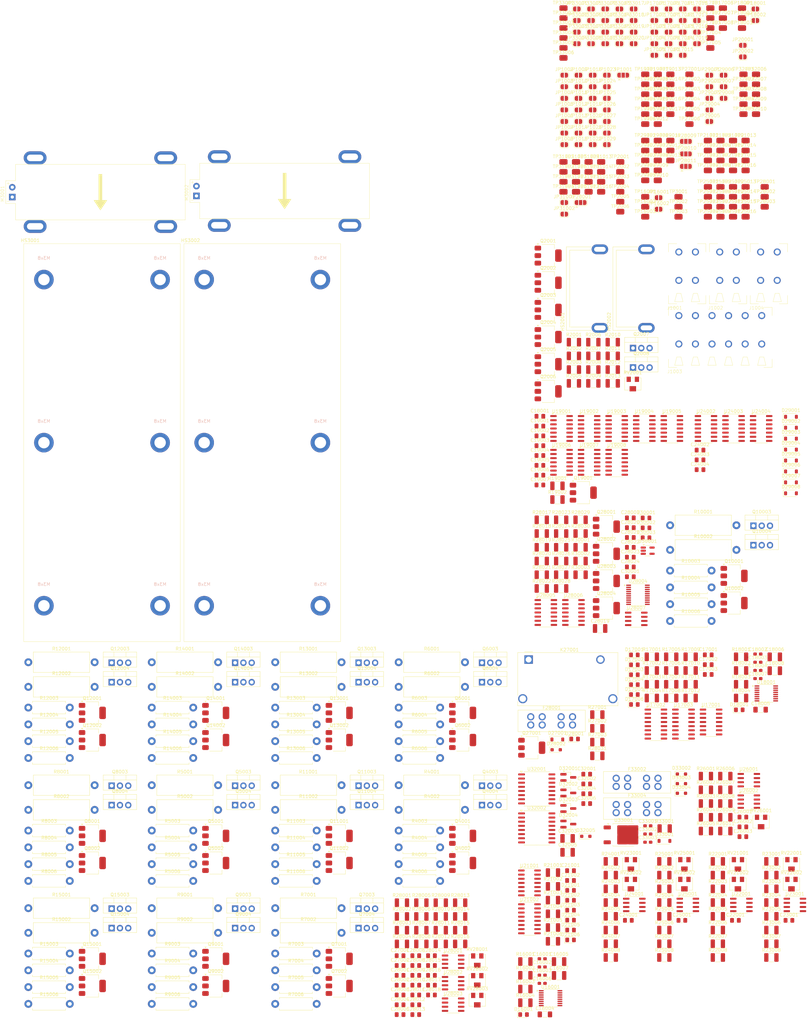
<source format=kicad_pcb>
(kicad_pcb (version 20240108) (generator "pcbnew") (generator_version "8.0")
  (layers (0 "F.Cu" signal) (31 "B.Cu" signal) (34 "B.Paste" user) (35 "F.Paste" user) (36 "B.SilkS" user "B.Silkscreen") (37 "F.SilkS" user "F.Silkscreen") (38 "B.Mask" user) (39 "F.Mask" user) (44 "Edge.Cuts" user))
  (net 0 "")
  (net 1 "GND")
  (net 2 "Net-(JP16001-B)")
  (net 3 "+5VA")
  (net 4 "Net-(U16001-AIN_GND)")
  (net 5 "Net-(U16001-AIN_P)")
  (net 6 "Net-(U16001-REFIO)")
  (net 7 "+5VA_adc")
  (net 8 "Net-(U16001-REFCAP)")
  (net 9 "-5V")
  (net 10 "+10V")
  (net 11 "Net-(JP18001-B)")
  (net 12 "Net-(U18001-AIN_P)")
  (net 13 "Net-(U18001-AIN_GND)")
  (net 14 "Net-(U18001-REFIO)")
  (net 15 "+10V_limit-logic")
  (net 16 "Net-(U18001-REFCAP)")
  (net 17 "/measurement/vzcr")
  (net 18 "/control-var/proportional")
  (net 19 "Net-(U28002A--)")
  (net 20 "Net-(C28006-Pad1)")
  (net 21 "Net-(C28015-Pad1)")
  (net 22 "Net-(U28002B--)")
  (net 23 "/control-var/derivative")
  (net 24 "/control-var/diode-network/1")
  (net 25 "/control-var/integrator")
  (net 26 "Net-(U28004-VREF)")
  (net 27 "+5VI")
  (net 28 "GNDI")
  (net 29 "-5V_limit-logic")
  (net 30 "Net-(D16001-A)")
  (net 31 "/limit-logic/mode_vc")
  (net 32 "Net-(D17001-K)")
  (net 33 "/limit-logic/mode_lclc")
  (net 34 "Net-(D17002-K)")
  (net 35 "/limit-logic/mode_uclc")
  (net 36 "Net-(D17003-K)")
  (net 37 "Net-(D17004-K)")
  (net 38 "/limit-logic/mode_cc")
  (net 39 "/limit-logic/mode_lvlc")
  (net 40 "Net-(D17005-K)")
  (net 41 "Net-(D17006-K)")
  (net 42 "/limit-logic/mode_uvlc")
  (net 43 "Net-(D18001-A)")
  (net 44 "/limit-logic/compare-logic/comp_mgtt")
  (net 45 "Net-(D21001-K)")
  (net 46 "Net-(D21002-K)")
  (net 47 "/limit-logic/compare-logic/comp_mstt")
  (net 48 "Net-(D21003-K)")
  (net 49 "/limit-logic/compare-logic/comp_lvle")
  (net 50 "Net-(D21004-K)")
  (net 51 "/limit-logic/compare-logic/comp_uvle")
  (net 52 "Net-(D21005-K)")
  (net 53 "/limit-logic/compare-logic/comp_lcle")
  (net 54 "Net-(D21006-K)")
  (net 55 "/limit-logic/compare-logic/comp_ucle")
  (net 56 "Net-(D27001-K)")
  (net 57 "Net-(D28001-K)")
  (net 58 "/relay/out")
  (net 59 "Net-(D29001-K)")
  (net 60 "Net-(D29002-A)")
  (net 61 "Net-(D29003-K)")
  (net 62 "Net-(D29004-A)")
  (net 63 "Net-(D29005-K)")
  (net 64 "Net-(D29006-A)")
  (net 65 "/conf/conf_ok")
  (net 66 "Net-(D30001-K)")
  (net 67 "Net-(D30002-K)")
  (net 68 "/conf/conf_refselect_v")
  (net 69 "/conf/conf_refselect_i")
  (net 70 "Net-(D30003-K)")
  (net 71 "/digital-interface/SCKL_ISO")
  (net 72 "Net-(F28001-Pad2)")
  (net 75 "+10V_mode-transition")
  (net 76 "-5V_mode-transition")
  (net 77 "Net-(Q2001-E)")
  (net 78 "Net-(Q2001-C)")
  (net 79 "Net-(Q2001-B)")
  (net 80 "/control-var/out")
  (net 81 "Net-(Q2002-B)")
  (net 82 "Net-(Q2003-C)")
  (net 83 "Net-(Q2003-E)")
  (net 84 "Net-(Q2003-B)")
  (net 85 "Net-(Q2005-E)")
  (net 86 "Net-(Q2006-E)")
  (net 87 "Net-(Q2006-B)")
  (net 88 "/power-electronics/outstage/v_in+")
  (net 89 "/power-electronics/outstage/v_in-")
  (net 90 "/power-electronics/outstage/v_out")
  (net 91 "Net-(Q4001-B)")
  (net 92 "Net-(Q4001-C)")
  (net 93 "Net-(Q4002-C)")
  (net 94 "Net-(Q4002-B)")
  (net 95 "Net-(Q5001-C)")
  (net 96 "Net-(Q5001-B)")
  (net 97 "Net-(Q5002-C)")
  (net 98 "Net-(Q5002-B)")
  (net 99 "Net-(Q6001-B)")
  (net 100 "Net-(Q6001-C)")
  (net 101 "Net-(Q6002-B)")
  (net 102 "Net-(Q6002-C)")
  (net 103 "Net-(Q7001-C)")
  (net 104 "Net-(Q7001-B)")
  (net 105 "Net-(Q7002-C)")
  (net 106 "Net-(Q7002-B)")
  (net 107 "Net-(Q8001-C)")
  (net 108 "Net-(Q8001-B)")
  (net 109 "Net-(Q8002-C)")
  (net 110 "Net-(Q8002-B)")
  (net 111 "Net-(Q9001-B)")
  (net 112 "Net-(Q9001-C)")
  (net 113 "Net-(Q9002-B)")
  (net 114 "Net-(Q9002-C)")
  (net 115 "Net-(Q10001-C)")
  (net 116 "Net-(Q10001-B)")
  (net 117 "Net-(Q10002-C)")
  (net 118 "Net-(Q10002-B)")
  (net 119 "Net-(Q11001-B)")
  (net 120 "Net-(Q11001-C)")
  (net 121 "Net-(Q11002-C)")
  (net 122 "Net-(Q11002-B)")
  (net 123 "Net-(Q12001-C)")
  (net 124 "Net-(Q12001-B)")
  (net 125 "Net-(Q12002-C)")
  (net 126 "Net-(Q12002-B)")
  (net 127 "Net-(Q13001-C)")
  (net 128 "Net-(Q13001-B)")
  (net 129 "Net-(Q13002-C)")
  (net 130 "Net-(Q13002-B)")
  (net 131 "Net-(Q14001-C)")
  (net 132 "Net-(Q14001-B)")
  (net 133 "Net-(Q14002-C)")
  (net 134 "Net-(Q14002-B)")
  (net 135 "Net-(Q15001-C)")
  (net 136 "Net-(Q15001-B)")
  (net 137 "Net-(Q15002-C)")
  (net 138 "Net-(Q15002-B)")
  (net 139 "/limit-logic/mode-transition/~{enable_ok}")
  (net 140 "Net-(Q19001-B)")
  (net 141 "Net-(Q27001-C)")
  (net 142 "Net-(Q27001-B)")
  (net 143 "Net-(Q28001-B)")
  (net 144 "Net-(Q28001-C)")
  (net 145 "Net-(Q28002-B)")
  (net 146 "/conf/conf_output_vshift")
  (net 147 "Net-(Q28003-C)")
  (net 148 "Net-(Q28003-B)")
  (net 149 "/conf/conf_refselect_vshift")
  (net 150 "Net-(Q28004-B)")
  (net 151 "Net-(R2005-Pad1)")
  (net 152 "Net-(JP16002-A)")
  (net 153 "Net-(JP18002-A)")
  (net 154 "-5V_compare-logic")
  (net 155 "/limit-logic/enable")
  (net 156 "Net-(U22001A--)")
  (net 157 "Net-(R22002-Pad2)")
  (net 158 "Net-(R22003-Pad1)")
  (net 159 "Net-(U22001B--)")
  (net 160 "Net-(U22001A-+)")
  (net 161 "Net-(U22001B-+)")
  (net 162 "/limit-logic/compare-logic/window-comparator/ule")
  (net 163 "/limit-logic/compare-logic/window-comparator/~{lle}")
  (net 164 "Net-(U23001A--)")
  (net 165 "Net-(R23002-Pad2)")
  (net 166 "Net-(U23001B--)")
  (net 167 "Net-(R23003-Pad1)")
  (net 168 "Net-(U23001A-+)")
  (net 169 "Net-(U23001B-+)")
  (net 170 "/limit-logic/compare-logic/window-comparator1/ule")
  (net 171 "/limit-logic/compare-logic/window-comparator1/~{lle}")
  (net 172 "Net-(U24001A--)")
  (net 173 "Net-(R24002-Pad2)")
  (net 174 "Net-(U24001B--)")
  (net 175 "Net-(R24003-Pad1)")
  (net 176 "Net-(U24001A-+)")
  (net 177 "Net-(U24001B-+)")
  (net 178 "/limit-logic/compare-logic/window-comparator2/~{lle}")
  (net 179 "Net-(U25001A--)")
  (net 180 "Net-(R25002-Pad2)")
  (net 181 "Net-(U25001B--)")
  (net 182 "Net-(R25003-Pad1)")
  (net 183 "Net-(U25001A-+)")
  (net 184 "Net-(U25001B-+)")
  (net 185 "/limit-logic/compare-logic/window-comparator3/~{lle}")
  (net 186 "Net-(U26002B--)")
  (net 187 "Net-(U26002B-+)")
  (net 188 "/measurement/voff")
  (net 189 "Net-(R26003-Pad1)")
  (net 190 "Net-(U26002A-+)")
  (net 191 "/measurement/viout")
  (net 192 "Net-(U26002A--)")
  (net 193 "Net-(R26009-Pad2)")
  (net 194 "+10V_compare-logic")
  (net 195 "Net-(U28001A--)")
  (net 196 "/control-var/ref")
  (net 197 "/control-var/meas")
  (net 198 "Net-(U28001A-+)")
  (net 199 "/control-var/error")
  (net 200 "Net-(JP28009-C)")
  (net 201 "Net-(U28001B-+)")
  (net 202 "Net-(JP28010-C)")
  (net 203 "Net-(JP28011-C)")
  (net 204 "Net-(U28001B--)")
  (net 205 "Net-(R28013-Pad1)")
  (net 206 "Net-(R28014-Pad2)")
  (net 207 "Net-(R28016-Pad1)")
  (net 208 "/conf/conf_output_dac")
  (net 209 "/conf/conf_refselect_dac")
  (net 210 "Net-(U28007A-+)")
  (net 211 "/conf/conf_lvl")
  (net 212 "/conf/~{limits_ok_v}")
  (net 213 "Net-(U28007B-+)")
  (net 214 "/conf/conf_lcl")
  (net 215 "/conf/~{limits_ok_i}")
  (net 216 "/conf/conf_vref")
  (net 217 "/conf/conf_iref")
  (net 218 "/conf/conf_uvl")
  (net 219 "/conf/conf_ucl")
  (net 221 "/~{CS}")
  (net 222 "/adc/SDO-0")
  (net 223 "/SCKL")
  (net 224 "Net-(JP16002-B)")
  (net 225 "/adc/SDI")
  (net 226 "/limit-logic/~{mode}")
  (net 227 "/limit-logic/mode")
  (net 228 "/limit-logic/r_mode_uclc")
  (net 229 "/limit-logic/r_mode_lclc")
  (net 230 "/limit-logic/s_mode_lclc")
  (net 232 "/limit-logic/r_mode_vc")
  (net 233 "/limit-logic/s_mode_uclc")
  (net 234 "/limit-logic/s_mode_vc")
  (net 235 "/limit-logic/s_mode_uvlc")
  (net 236 "/limit-logic/r_mode_cc")
  (net 237 "/limit-logic/r_mode_uvlc")
  (net 239 "/limit-logic/s_mode_lvlc")
  (net 240 "/limit-logic/r_mode_lvlc")
  (net 241 "/limit-logic/s_mode_cc")
  (net 243 "Net-(JP18002-B)")
  (net 244 "/SDO")
  (net 245 "/limit-logic/mode-transition/~{comp_lcle}")
  (net 246 "Net-(U19001-Pad12)")
  (net 247 "/limit-logic/mode-transition/~{comp_lvle}")
  (net 248 "Net-(U19001-Pad6)")
  (net 249 "Net-(U19001-Pad5)")
  (net 250 "Net-(U19001-Pad13)")
  (net 251 "/limit-logic/mode-transition/~{comp_ucle}")
  (net 252 "/limit-logic/mode-transition/~{comp_uvle}")
  (net 253 "Net-(U19002-Pad4)")
  (net 254 "Net-(U19002-Pad10)")
  (net 255 "Net-(U19002-Pad3)")
  (net 256 "Net-(U19002-Pad11)")
  (net 257 "/limit-logic/mode-transition/transition_ready")
  (net 258 "Net-(U19006-Pad11)")
  (net 259 "Net-(U19006-Pad3)")
  (net 260 "Net-(U19007-Pad11)")
  (net 261 "Net-(U19007-Pad3)")
  (net 264 "Net-(U21002-A2)")
  (net 265 "Net-(U21002-B2)")
  (net 268 "Net-(U24002-Pad6)")
  (net 269 "Net-(U24003-Pad6)")
  (net 271 "Net-(U28003B--)")
  (net 272 "Net-(JP28001-C)")
  (net 273 "Net-(U28004-SCLK)")
  (net 274 "/SDI")
  (net 275 "-5V_mux")
  (net 277 "/conf/~{conf_output}")
  (net 280 "/conf/conf_output")
  (net 282 "/conf/~{relay_connect}")
  (net 284 "+10V_mux")
  (net 286 "+5VA_meas")
  (net 287 "-5V_meas")
  (net 288 "+10V_meas")
  (net 289 "+10V_control")
  (net 290 "-5V_control")
  (net 291 "+5VA_conf")
  (net 292 "+10V_conf")
  (net 293 "-5V_conf")
  (net 294 "+5VA_digital-interface")
  (net 295 "/power_ok")
  (net 296 "-5V_relay")
  (net 297 "/digital-interface/~{CS_ISO}")
  (net 298 "/digital-interface/SDI_ISO")
  (net 299 "/digital-interface/SDO_ISO")
  (net 300 "/conf/SDO")
  (net 301 "/adc1/SDO-0")
  (net 302 "/conf_vref")
  (net 303 "/conf_uvl")
  (net 304 "/conf_lvl")
  (net 305 "/conf_iref")
  (net 306 "/conf_ucl")
  (net 307 "/conf_lcl")
  (net 308 "/~{relay_connect}")
  (net 309 "/conf_ok")
  (net 310 "/conf_refselect_v")
  (net 311 "/conf_refselect_i")
  (net 312 "/digital-interface/~{CS}")
  (net 313 "/digital-interface/SCKL")
  (net 314 "/digital-interface/SDI")
  (net 315 "/digital-interface/SDO")
  (net 316 "/mux/mode_vc")
  (net 317 "/mux/mode_uvlc")
  (net 318 "/mux/mode_lvlc")
  (net 319 "/mux/mode_cc")
  (net 320 "/mux/mode_uclc")
  (net 321 "/mux/mode_lclc")
  (net 322 "/mux/mux_ref")
  (net 323 "/mux/mux_meas")
  (net 324 "/power-electronics/v_in")
  (net 325 "/measurement/in")
  (net 326 "/measurement/meas_out_v")
  (net 327 "/relay/in")
  (net 328 "/meas_out_v")
  (net 329 "/meas_out_i")
  (net 330 "/measurement/meas_out_i")
  (net 331 "/limit-logic/mode-transition/comp_lcle")
  (net 332 "/limit-logic/mode-transition/comp_ucle")
  (net 333 "/limit-logic/mode-transition/comp_lvle")
  (net 334 "/limit-logic/mode-transition/comp_uvle")
  (net 335 "/limit-logic/mode-transition/comp_mgtt")
  (net 336 "/limit-logic/mode-transition/comp_mstt")
  (net 337 "/limit-logic/mode-transition/enable_ok")
  (net 338 "/limit-logic/mode-transition/r_mode_vc")
  (net 339 "/limit-logic/mode-transition/s_mode_vc")
  (net 340 "/limit-logic/mode-transition/r_mode_lclc")
  (net 341 "/limit-logic/mode-transition/s_mode_lclc")
  (net 342 "/limit-logic/mode-transition/r_mode_uclc")
  (net 343 "/limit-logic/mode-transition/s_mode_uclc")
  (net 344 "/limit-logic/mode-transition/r_mode_cc")
  (net 345 "/limit-logic/mode-transition/s_mode_cc")
  (net 346 "/limit-logic/mode-transition/r_mode_lvlc")
  (net 347 "/limit-logic/mode-transition/s_mode_lvlc")
  (net 348 "/limit-logic/mode-transition/r_mode_uvlc")
  (net 349 "/limit-logic/mode-transition/s_mode_uvlc")
  (net 350 "/power-electronics/bias/v_out+")
  (net 351 "/power-electronics/bias/v_out-")
  (net 352 "Net-(JP31001-B)")
  (net 353 "Net-(JP31002-B)")
  (net 354 "+10V_relay")
  (footprint "Jumper:SolderJumper-2_P1.3mm_Open_RoundedPad1.0x1.5mm" (layer "F.Cu") (at 172.09 -35.55)
    (property "Reference" "JP1021")
    (property "Value" "SolderJumper_2_Open")
  )
  (footprint "Resistor_SMD:R_1210_3225Metric_Pad1.30x2.65mm_HandSolder" (layer "F.Cu") (at 177.64 200.37)
    (property "Reference" "R24004")
    (property "Value" "100k")
  )
  (footprint "pss:TP_0805_2012Metric" (layer "F.Cu") (at 192.04 -24.1)
    (property "Reference" "TP29009")
    (property "Value" "~")
  )
  (footprint "Resistor_THT:R_Axial_DIN0411_L9.9mm_D3.6mm_P12.70mm_Horizontal" (layer "F.Cu") (at 112.65 145.74)
    (property "Reference" "R6004")
    (property "Value" "680m")
  )
  (footprint "pss:TP_0805_2012Metric" (layer "F.Cu") (at 215.09 -30.2)
    (property "Reference" "TP21010")
    (property "Value" "~")
  )
  (footprint "pss:TP_0805_2012Metric" (layer "F.Cu") (at 215.09 -16)
    (property "Reference" "TP25010")
    (property "Value" "~")
  )
  (footprint "Jumper:SolderJumper-2_P1.3mm_Open_RoundedPad1.0x1.5mm" (layer "F.Cu") (at 167.24 -73.6)
    (property "Reference" "JP33001")
    (property "Value" "SolderJumper_2_Open")
  )
  (footprint "Resistor_SMD:R_1210_3225Metric_Pad1.30x2.65mm_HandSolder" (layer "F.Cu") (at 172.29 32.76)
    (property "Reference" "R2007")
    (property "Value" "270")
  )
  (footprint "pss:TP_0805_2012Metric" (layer "F.Cu") (at 211.24 -33.25)
    (property "Reference" "TP21005")
    (property "Value" "~")
  )
  (footprint "Resistor_THT:R_Axial_DIN0411_L9.9mm_D3.6mm_P12.70mm_Horizontal" (layer "F.Cu") (at -0.81 193.74)
    (property "Reference" "R8006")
    (property "Value" "680m")
  )
  (footprint "pss:TP_0805_2012Metric" (layer "F.Cu") (at 218.94 -12.95)
    (property "Reference" "TP25015")
    (property "Value" "~")
  )
  (footprint "Package_TO_SOT_SMD:SOT-23_Handsoldering" (layer "F.Cu") (at 164.63 161.985)
    (property "Reference" "D32001")
    (property "Value" "NUP1301215")
  )
  (footprint "Jumper:SolderJumper-2_P1.3mm_Open_RoundedPad1.0x1.5mm" (layer "F.Cu") (at 184.64 -70.05)
    (property "Reference" "JP33018")
    (property "Value" "SolderJumper_2_Open")
  )
  (footprint "pss:Potentiometer_Bourns_PVG5A" (layer "F.Cu") (at 136.73 218.18)
    (property "Reference" "RV28001")
    (property "Value" "10k")
  )
  (footprint "pss:SolderJumper-2_P1.3mm_Bridged-Soldermask-Paste_RoundedPad1.0x1.5mm" (layer "F.Cu") (at 207.84 -42.65)
    (property "Reference" "JP29004")
    (property "Value" "SolderJumper_2_Bridged")
  )
  (footprint "pss:TP_0805_2012Metric" (layer "F.Cu") (at 201.74 -41.35)
    (property "Reference" "TP27005")
    (property "Value" "~")
  )
  (footprint "Resistor_SMD:R_1210_3225Metric_Pad1.30x2.65mm_HandSolder" (layer "F.Cu") (at 202.11 133.44)
    (property "Reference" "R17011")
    (property "Value" "10k")
  )
  (footprint "pss:TP_0805_2012Metric" (layer "F.Cu") (at 188.19 -16)
    (property "Reference" "TP16001")
    (property "Value" "~")
  )
  (footprint "Resistor_SMD:R_1210_3225Metric_Pad1.30x2.65mm_HandSolder" (layer "F.Cu") (at 131.5 204.63)
    (property "Reference" "R28014")
    (property "Value" "33k")
  )
  (footprint "Resistor_THT:R_Axial_DIN0411_L9.9mm_D3.6mm_P12.70mm_Horizontal" (layer "F.Cu") (at -0.81 226.29)
    (property "Reference" "R15005")
    (property "Value" "680m")
  )
  (footprint "Capacitor_SMD:C_0603_1608Metric_Pad1.08x0.95mm_HandSolder" (layer "F.Cu") (at 188.99 181.86)
    (property "Reference" "C33003")
    (property "Value" "1u")
  )
  (footprint "pss:TP_0805_2012Metric" (layer "F.Cu") (at 188.19 -24.1)
    (property "Reference" "TP29004")
    (property "Value" "~")
  )
  (footprint "Resistor_THT:R_Axial_DIN0411_L9.9mm_D3.6mm_P12.70mm_Horizontal" (layer "F.Cu") (at -0.81 215.99)
    (property "Reference" "R15003")
    (property "Value" "680m")
  )
  (footprint "Resistor_SMD:R_1210_3225Metric_Pad1.30x2.65mm_HandSolder" (layer "F.Cu") (at 210.44 217.21)
    (property "Reference" "R22008")
    (property "Value" "1M")
  )
  (footprint "Resistor_SMD:R_1210_3225Metric_Pad1.30x2.65mm_HandSolder" (layer "F.Cu") (at 161.3 76.81)
    (property "Reference" "R19002")
    (property "Value" "15k")
  )
  (footprint "pss:TP_0805_2012Metric" (layer "F.Cu") (at 218.29 -44.4)
    (property "Reference" "TP32004")
    (property "Value" "~")
  )
  (footprint "Resistor_SMD:R_1210_3225Metric_Pad1.30x2.65mm_HandSolder" (layer "F.Cu") (at 210.44 196.16)
    (property "Reference" "R22003")
    (property "Value" "22")
  )
  (footprint "Resistor_SMD:R_1210_3225Metric_Pad1.30x2.65mm_HandSolder" (layer "F.Cu") (at 177.64 213)
    (property "Reference" "R24007")
    (property "Value" "1M")
  )
  (footprint "Package_SO:SOIC-8_3.9x4.9mm_P1.27mm" (layer "F.Cu") (at 129.33 231.67)
    (property "Reference" "U28003")
    (property "Value" "OPA2810")
  )
  (footprint "Resistor_THT:R_Axial_DIN0411_L9.9mm_D3.6mm_P12.70mm_Horizontal" (layer "F.Cu") (at 74.83 226.29)
    (property "Reference" "R7005")
    (property "Value" "680m")
  )
  (footprint "Capacitor_SMD:C_0805_2012Metric_Pad1.18x1.45mm_HandSolder" (layer "F.Cu") (at 117.89 231.71)
    (property "Reference" "C28012")
    (property "Value" "10n")
  )
  (footprint "Capacitor_SMD:C_0603_1608Metric_Pad1.08x0.95mm_HandSolder" (layer "F.Cu") (at 188.99 176.84)
    (property "Reference" "C33001")
    (property "Value" "1u")
  )
  (footprint "pss:TP_0805_2012Metric" (layer "F.Cu") (at 222.14 -50.5)
    (property "Reference" "TP32007")
    (property "Value" "~")
  )
  (footprint "pss:Potentiometer_Bourns_PVG5A" (layer "F.Cu") (at 184.39 41.39)
    (property "Reference" "RV2001")
    (property "Value" "1k")
  )
  (footprint "Package_TO_SOT_SMD:SOT-223-3_TabPin2" (layer "F.Cu") (at 158.44 26.99)
    (property "Reference" "Q2004")
    (property "Value" "DPLS350E")
  )
  (footprint "pss:TP_0805_2012Metric" (layer "F.Cu") (at 222.14 -41.35)
    (property "Reference" "TP32010")
    (property "Value" "~")
  )
  (footprint "Capacitor_SMD:C_0805_2012Metric_Pad1.18x1.45mm_HandSolder" (layer "F.Cu") (at 218.11 180.17)
    (property "Reference" "C26003")
    (property "Value" "1n")
  )
  (footprint "pss:TP_0805_2012Metric" (layer "F.Cu") (at 211.24 -30.2)
    (property "Reference" "TP21006")
    (property "Value" "~")
  )
  (footprint "pss:TP_0805_2012Metric" (layer "F.Cu") (at 207.39 -24.1)
    (property "Reference" "TP21004")
    (property "Value" "~")
  )
  (footprint "Resistor_THT:R_Axial_DIN0411_L9.9mm_D3.6mm_P12.70mm_Horizontal" (layer "F.Cu") (at 37.01 193.74)
    (property "Reference" "R5006")
    (property "Value" "680m")
  )
  (footprint "Package_TO_SOT_SMD:SOT-223-3_TabPin2" (layer "F.Cu") (at 94.43 142.215)
    (property "Reference" "Q13001")
    (property "Value" "DNLS350E")
  )
  (footprint "Capacitor_SMD:C_1210_3225Metric_Pad1.33x2.70mm_HandSolder" (layer "F.Cu") (at 227.89 129.29)
    (property "Reference" "C18008")
    (property "Value" "10u")
  )
  (footprint "Capacitor_SMD:C_0805_2012Metric_Pad1.18x1.45mm_HandSolder" (layer "F.Cu") (at 170.26 164)
    (property "Reference" "C32002")
    (property "Value" "100n")
  )
  (footprint "Capacitor_SMD:C_1210_3225Metric_Pad1.33x2.70mm_HandSolder" (layer "F.Cu") (at 161.8 222.72)
    (property "Reference" "C16007")
    (property "Value" "10u")
  )
  (footprint "Resistor_SMD:R_1210_3225Metric_Pad1.30x2.65mm_HandSolder" (layer "F.Cu") (at 178.24 41.18)
    (property "Reference" "R2013")
    (property "Value" "33")
  )
  (footprint "Jumper:SolderJumper-2_P1.3mm_Open_RoundedPad1.0x1.5mm" (layer "F.Cu") (at 163.39 -42.65)
    (property "Reference" "JP1005")
    (property "Value" "SolderJumper_2_Open")
  )
  (footprint "Capacitor_SMD:C_0805_2012Metric_Pad1.18x1.45mm_HandSolder" (layer "F.Cu") (at 199.42 205.82)
    (property "Reference" "C25001")
    (property "Value" "100n")
  )
  (footprint "Capacitor_SMD:C_0805_2012Metric_Pad1.18x1.45mm_HandSolder" (layer "F.Cu") (at 155.92 54.28)
    (property "Reference" "C19001")
    (property "Value" "100n")
  )
  (footprint "Jumper:SolderJumper-2_P1.3mm_Open_RoundedPad1.0x1.5mm" (layer "F.Cu") (at 167.74 -49.75)
    (property "Reference" "JP1010")
    (property "Value" "SolderJumper_2_Open")
  )
  (footprint "pss:TP_0805_2012Metric" (layer "F.Cu") (at 163.14 -20.6)
    (property "Reference" "TP31003")
    (property "Value" "~")
  )
  (footprint "Capacitor_SMD:C_1210_3225Metric_Pad1.33x2.70mm_HandSolder" (layer "F.Cu") (at 174.37 116.34)
    (property "Reference" "C28019")
    (property "Value" "10u")
  )
  (footprint "Resistor_SMD:R_1210_3225Metric_Pad1.30x2.65mm_HandSolder" (layer "F.Cu") (at 168.39 87.23)
    (property "Reference" "R28030")
    (property "Value" "1M")
  )
  (footprint "pss:Potentiometer_Bourns_PVG5A" (layer "F.Cu") (at 136.73 224.23)
    (property "Reference" "RV28002")
    (property "Value" "10k")
  )
  (footprint "Resistor_SMD:R_1210_3225Metric_Pad1.30x2.65mm_HandSolder" (layer "F.Cu") (at 125.55 213.05)
    (property "Reference" "R28012")
    (property "Value" "1k6")
  )
  (footprint "pss:SolderJumper-2_P1.3mm_Bridged-Soldermask-Paste_RoundedPad1.0x1.5mm" (layer "F.Cu") (at 221.94 -70.05)
    (property "Reference" "JP18002")
    (property "Value" "SolderJumper_2_Bridged")
  )
  (footprint "Resistor_THT:R_Axial_DIN0617_L17.0mm_D6.0mm_P20.32mm_Horizontal" (layer "F.Cu") (at 37.01 209.64)
    (property "Reference" "R9002")
    (property "Value" "22")
  )
  (footprint "pss:SolderJumper-2_P1.3mm_Bridged-Soldermask-Paste_RoundedPad1.0x1.5mm" (layer "F.Cu") (at 192.29 -12.2)
    (property "Reference" "JP16002")
    (property "Value" "SolderJumper_2_Bridged")
  )
  (footprint "Package_SO:SOIC-14_3.9x8.7mm_P1.27mm" (layer "F.Cu") (at 206.8 55.025)
    (property "Reference" "U24002")
    (property "Value" "4066")
  )
  (footprint "Capacitor_SMD:C_0805_2012Metric_Pad1.18x1.45mm_HandSolder" (layer "F.Cu") (at 155.92 69.33)
    (property "Reference" "C19006")
    (property "Value" "100n")
  )
  (footprint "Package_SO:SOIC-14_3.9x8.7mm_P1.27mm" (layer "F.Cu") (at 179.45 55.025)
    (property "Reference" "U19003")
    (property "Value" "4081")
  )
  (footprint "Jumper:SolderJumper-2_P1.3mm_Open_RoundedPad1.0x1.5mm" (layer "F.Cu") (at 172.09 -42.65)
    (property "Reference" "JP1019")
    (property "Value" "SolderJumper_2_Open")
  )
  (footprint "Package_TO_SOT_SMD:SOT-223-3_TabPin2" (layer "F.Cu") (at 169.2 74.695)
    (property "Reference" "Q19001")
    (property "Value" "DNLS350E")
  )
  (footprint "pss:TP_0805_2012Metric" (layer "F.Cu") (at 211.99 -67.75)
    (property "Reference" "TP17008")
    (property "Value" "~")
  )
  (footprint "Resistor_SMD:R_1210_3225Metric_Pad1.30x2.65mm_HandSolder" (layer "F.Cu") (at 156.49 104.07)
    (property "Reference" "R28022")
    (property "Value" "1M")
  )
  (footprint "Resistor_SMD:R_1210_3225Metric_Pad1.30x2.65mm_HandSolder" (layer "F.Cu") (at 194.04 187.74)
    (property "Reference" "R25001")
    (property "Value" "100k")
  )
  (footprint "Resistor_SMD:R_1210_3225Metric_Pad1.30x2.65mm_HandSolder" (layer "F.Cu") (at 119.6 213.05)
    (property "Reference" "R28008")
    (property "Value" "1M")
  )
  (footprint "pss:TP_0805_2012Metric" (layer "F.Cu") (at 163.14 -64.7)
    (property "Reference" "TP33004")
    (property "Value" "~")
  )
  (footprint "pss:TP_0805_2012Metric" (layer "F.Cu") (at 180.54 -11.45)
    (property "Reference" "TP2006")
    (property "Value" "~")
  )
  (footprint "pss:TP_0805_2012Metric" (layer "F.Cu") (at 188.19 -27.15)
    (property "Reference" "TP29003")
    (property "Value" "~")
  )
  (footprint "Jumper:SolderJumper-2_P1.3mm_Open_RoundedPad1.0x1.5mm" (layer "F.Cu") (at 190.99 -66.5)
    (property "Reference" "JP17003")
    (property "Value" "SolderJumper_2_Open")
  )
  (footprint "Resistor_SMD:R_1210_3225Metric_Pad1.30x2.65mm_HandSolder" (layer "F.Cu") (at 156.49 87.23)
    (property "Reference" "R28018")
    (property "Value" "15k")
  )
  (footprint "pss:TP_0805_2012Metric" (layer "F.Cu") (at 218.29 -50.5)
    (property "Reference" "TP32002")
    (property "Value" "~")
  )
  (footprint "pss:Potentiometer_Bourns_PVG5A" (layer "F.Cu") (at 183.79 194.71)
    (property "Reference" "RV23002")
    (property "Value" "1k")
  )
  (footprint "Resistor_THT:R_Axial_DIN0617_L17.0mm_D6.0mm_P20.32mm_Horizontal" (layer "F.Cu") (at 74.83 126.69)
    (property "Reference" "R13001")
    (property "Value" "22")
  )
  (footprint "Resistor_SMD:R_1210_3225Metric_Pad1.30x2.65mm_HandSolder" (layer "F.Cu") (at 166.34 28.55)
    (property "Reference" "R2001")
    (property "Value" "1k2")
  )
  (footprint "Package_SO:SOIC-16_3.9x9.9mm_P1.27mm" (layer "F.Cu") (at 199.91 145.65)
    (property "Reference" "U17003")
    (property "Value" "4043")
  )
  (footprint "Capacitor_SMD:C_1210_3225Metric_Pad1.33x2.70mm_HandSolder" (layer "F.Cu") (at 227.89 125.04)
    (property "Reference" "C18006")
    (property "Value" "10u")
  )
  (footprint "Resistor_SMD:R_1210_3225Metric_Pad1.30x2.65mm_HandSolder" (layer "F.Cu") (at 113.65 200.42)
    (property "Reference" "R28001")
    (property "Value" "10k")
  )
  (footprint "Jumper:SolderJumper-2_P1.3mm_Open_RoundedPad1.0x1.5mm" (layer "F.Cu") (at 195.34 -59.4)
    (property "Reference" "JP17010")
    (property "Value" "SolderJumper_2_Open")
  )
  (footprint "Resistor_THT:R_Axial_DIN0617_L17.0mm_D6.0mm_P20.32mm_Horizontal" (layer "F.Cu") (at -0.81 134.24)
    (property "Reference" "R12002")
    (property "Value" "22")
  )
  (footprint "LED_SMD:LED_0805_2012Metric_Pad1.15x1.40mm_HandSolder" (layer "F.Cu") (at 217.005 141.275)
    (property "Reference" "D18001")
    (property "Value" "LED")
  )
  (footprint "Capacitor_SMD:C_0805_2012Metric_Pad1.18x1.45mm_HandSolder" (layer "F.Cu") (at 113.08 222.68)
    (property "Reference" "C28001")
    (property "Value" "10n")
  )
  (footprint "Jumper:SolderJumper-2_P1.3mm_Open_RoundedPad1.0x1.5mm" (layer "F.Cu") (at 207.84 -49.75)
    (property "Reference" "JP29002")
    (property "Value" "SolderJumper_2_Open")
  )
  (footprint "Package_SO:SOIC-14_3.9x8.7mm_P1.27mm" (layer "F.Cu") (at 157.74 111.435)
    (property "Reference" "U28005")
    (property "Value" "4041")
  )
  (footprint "pss:TP_0805_2012Metric" (layer "F.Cu") (at 207.39 -12.95)
    (property "Reference" "TP25003")
    (property "Value" "~")
  )
  (footprint "Resistor_SMD:R_1210_3225Metric_Pad1.30x2.65mm_HandSolder" (layer "F.Cu") (at 131.5 200.42)
    (property "Reference" "R28013")
    (property "Value" "8k2")
  )
  (footprint "Resistor_SMD:R_1210_3225Metric_Pad1.30x2.65mm_HandSolder" (layer "F.Cu") (at 177.64 196.16)
    (property "Reference" "R24003")
    (property "Value" "22")
  )
  (footprint "pss:TP_0805_2012Metric" (layer "F.Cu") (at 208.14 -67.75)
    (property "Reference" "TP17003")
    (property "Value" "~")
  )
  (footprint "pss:TP_0805_2012Metric" (layer "F.Cu") (at 188.19 -33.25)
    (property "Reference" "TP29001")
    (property "Value" "~")
  )
  (footprint "Resistor_SMD:R_1210_3225Metric_Pad1.30x2.65mm_HandSolder" (layer "F.Cu") (at 226.84 191.95)
    (property "Reference" "R23002")
    (property "Value" "22")
  )
  (footprint "pss:TP_0805_2012Metric" (layer "F.Cu") (at 198.39 -9.9)
    (property "Reference" "TP3003")
    (property "Value" "~")
  )
  (footprint "Resistor_SMD:R_1210_3225Metric_Pad1.30x2.65mm_HandSolder" (layer "F.Cu") (at 159.92 203.82)
    (property "Reference" "R21004")
    (property "Value" "10k")
  )
  (footprint "Package_TO_SOT_SMD:SOT-223-3_TabPin2" (layer "F.Cu") (at 176.29 85.115)
    (property "Reference" "Q28001")
    (property "Value" "DNLS350E")
  )
  (footprint "Package_TO_SOT_SMD:SOT-223-3_TabPin2" (layer "F.Cu") (at 132.25 150.54)
    (property "Reference" "Q6002")
    (property "Value" "DPLS350E")
  )
  (footprint "pss:TP_0805_2012Metric" (layer "F.Cu") (at 198.39 -12.95)
    (property "Reference" "TP3002")
    (property "Value" "~")
  )
  (footprint "Resistor_SMD:R_1210_3225Metric_Pad1.30x2.65mm_HandSolder" (layer "F.Cu") (at 210.44 213)
    (property "Reference" "R22007")
    (property "Value" "1M")
  )
  (footprint "pss:FuseHolder_Blade_ATO_Littelfuse_FLR_178.6165" (layer "F.Cu") (at 179.29 170.31)
    (property "Reference" "F33004")
    (property "Value" "Fuse_Socket")
  )
  (footprint "Resistor_SMD:R_1210_3225Metric_Pad1.30x2.65mm_HandSolder" (layer "F.Cu") (at 125.55 208.84)
    (property "Reference" "R28011")
    (property "Value" "10k")
  )
  (footprint "Resistor_SMD:R_1210_3225Metric_Pad1.30x2.65mm_HandSolder" (layer "F.Cu") (at 212.73 170.01)
    (property "Reference" "R26008")
    (property "Value" "10k")
  )
  (footprint "LED_SMD:LED_0805_2012Metric_Pad1.15x1.40mm_HandSolder" (layer "F.Cu") (at 165.315 199.665)
    (property "Reference" "D21002")
    (property "Value" "LED")
  )
  (footprint "Jumper:SolderJumper-2_P1.3mm_Open_RoundedPad1.0x1.5mm" (layer "F.Cu") (at 176.44 -49.75)
    (property "Reference" "JP1024")
    (property "Value" "SolderJumper_2_Open")
  )
  (footprint "Package_TO_SOT_THT:TO-220-3_Vertical" (layer "F.Cu") (at 62.54 132.8)
    (property "Reference" "Q14004")
    (property "Value" "TIP42C")
  )
  (footprint "pss:TP_0805_2012Metric" (layer "F.Cu") (at 217.84 -70.8)
    (property "Reference" "TP18002")
    (property "Value" "~")
  )
  (footprint "Capacitor_SMD:C_0805_2012Metric_Pad1.18x1.45mm_HandSolder" (layer "F.Cu") (at 117.89 222.68)
    (property "Reference" "C28009")
    (property "Value" "2u2")
  )
  (footprint "Capacitor_SMD:C_0805_2012Metric_Pad1.18x1.45mm_HandSolder" (layer "F.Cu") (at 155.92 51.27)
    (property "Reference" "C18001")
    (property "Value" "100n")
  )
  (footprint "Package_TO_SOT_SMD:SOT-223-3_TabPin2" (layer "F.Cu") (at 132.25 142.215)
    (property "Reference" "Q6001")
    (property "Value" "DNLS350E")
  )
  (footprint "Jumper:SolderJumper-2_P1.3mm_Open_RoundedPad1.0x1.5mm" (layer "F.Cu") (at 204.04 -70.05)
    (property "Reference" "JP17017")
    (property "Value" "SolderJumper_2_Open")
  )
  (footprint "Resistor_THT:R_Axial_DIN0411_L9.9mm_D3.6mm_P12.70mm_Horizontal" (layer "F.Cu") (at 74.83 140.59)
    (property "Reference" "R13003")
    (property "Value" "680m")
  )
  (footprint "pss:TP_0805_2012Metric" (layer "F.Cu") (at 211.24 -19.05)
    (property "Reference" "TP25005")
    (property "Value" "~")
  )
  (footprint "Package_SO:SOIC-8_3.9x4.9mm_P1.27mm" (layer "F.Cu") (at 201.24 201.09)
    (property "Reference" "U25001")
    (property "Value" "TLV9352")
  )
  (footprint "Resistor_SMD:R_1210_3225Metric_Pad1.30x2.65mm_HandSolder" (layer "F.Cu") (at 210.44 187.74)
    (property "Reference" "R22001")
    (property "Value" "100k")
  )
  (footprint "Package_TO_SOT_SMD:SOT-23_Handsoldering" (layer "F.Cu") (at 164.63 166.76)
    (property "Reference" "D32002")
    (property "Value" "NUP1301215")
  )
  (footprint "Package_TO_SOT_SMD:SOT-23-5_HandSoldering" (layer "F.Cu") (at 188.93 92.485)
    (property "Reference" "U30001")
    (property "Value" "SN74LVC1G04DBVR")
  )
  (footprint "Jumper:SolderJumper-2_P1.3mm_Open_RoundedPad1.0x1.5mm" (layer "F.Cu") (at 195.34 -70.05)
    (property "Reference" "JP17007")
    (property "Value" "SolderJumper_2_Open")
  )
  (footprint "Resistor_SMD:R_1210_3225Metric_Pad1.30x2.65mm_HandSolder" (layer "F.Cu") (at 190.21 137.65)
    (property "Reference" "R17004")
    (property "Value" "100k")
  )
  (footprint "Jumper:SolderJumper-2_P1.3mm_Open_RoundedPad1.0x1.5mm" (layer "F.Cu") (at 163.39 -39.1)
    (property "Reference" "JP1006")
    (property "Value" "SolderJumper_2_Open")
  )
  (footprint "pss:TP_0805_2012Metric" (layer "F.Cu") (at 218.94 -33.25)
    (property "Reference" "TP21013")
    (property "Value" "~")
  )
  (footprint "pss:TP_0805_2012Metric" (layer "F.Cu") (at 166.99 -17.55)
    (property "Reference" "TP31008")
    (property "Value" "~")
  )
  (footprint "Resistor_SMD:R_1210_3225Metric_Pad1.30x2.65mm_HandSolder" (layer "F.Cu") (at 210.44 208.79)
    (property "Reference" "R22006")
    (property "Value" "0")
  )
  (footprint "Resistor_SMD:R_1210_3225Metric_Pad1.30x2.65mm_HandSolder" (layer "F.Cu") (at 217.56 133.44)
    (property "Reference" "R18003")
    (property "Value" "100")
  )
  (footprint "pss:SolderJumper-3_P1.3mm_Bridged12-Soldermask-Paste_RoundedPad1.0x1.5mm" (layer "F.Cu") (at 168.39 -14.25)
    (property "Reference" "JP28001")
    (property "Value" "SolderJumper_3_Bridged12")
  )
  (footprint "Diode_SMD:D_SOD-123" (layer "F.Cu") (at 161.265 150.37)
    (property "Reference" "D27001")
    (property "Value" "1N4148")
  )
  (footprint "pss:TP_0805_2012Metric" (layer "F.Cu") (at 192.04 -21.05)
    (property "Reference" "TP29010")
    (property "Value" "~")
  )
  (footprint "Resistor_THT:R_Axial_DIN0411_L9.9mm_D3.6mm_P12.70mm_Horizontal" (layer "F.Cu") (at -0.81 178.29)
    (property "Reference" "R8003")
    (property "Value" "680m")
  )
  (footprint "pss:TP_0805_2012Metric" (layer "F.Cu") (at 207.39 -9.9)
    (property "Reference" "TP25004")
    (property "Value" "~")
  )
  (footprint "Jumper:SolderJumper-2_P1.3mm_Open_RoundedPad1.0x1.5mm" (layer "F.Cu") (at 195.34 -62.95)
    (property "Reference" "JP17009")
    (property "Value" "SolderJumper_2_Open")
  )
  (footprint "Resistor_SMD:R_1210_3225Metric_Pad1.30x2.65mm_HandSolder" (layer "F.Cu") (at 151.47 218.45)
    (property "Reference" "R16001")
    (property "Value" "1k")
  )
  (footprint "Resistor_SMD:R_1210_3225Metric_Pad1.30x2.65mm_HandSolder" (layer "F.Cu") (at 212.73 178.43)
    (property "Reference" "R26011")
    (property "Value" "9k1")
  )
  (footprint "pss:Potentiometer_Bourns_PVG5A" (layer "F.Cu") (at 200.19 194.71)
    (property "Reference" "RV25002")
    (property "Value" "1k")
  )
  (footprint "Resistor_SMD:R_1210_3225Metric_Pad1.30x2.65mm_HandSolder" (layer "F.Cu") (at 202.11 129.23)
    (property "Reference" "R17010")
    (property "Value" "10k")
  )
  (footprint "Resistor_THT:R_Axial_DIN0617_L17.0mm_D6.0mm_P20.32mm_Horizontal" (layer "F.Cu") (at 37.01 134.24)
    (property "Reference" "R14002")
    (property "Value" "22")
  )
  (footprint "Jumper:SolderJumper-2_P1.3mm_Open_RoundedPad1.0x1.5mm" (layer "F.Cu") (at 190.99 -73.6)
    (property "Reference" "JP17001")
    (property "Value" "SolderJumper_2_Open")
  )
  (footprint "Resistor_SMD:R_1210_3225Metric_Pad1.30x2.65mm_HandSolder" (layer "F.Cu") (at 119.6 200.42)
    (property "Reference" "R28005")
    (property "Value" "10k")
  )
  (footprint "Package_TO_SOT_SMD:SOT-223-3_TabPin2" (layer "F.Cu") (at 18.79 150.54)
    (property "Reference" "Q12002")
    (property "Value" "DPLS350E")
  )
  (footprint "pss:TP_0805_2012Metric" (layer "F.Cu") (at 211.24 -24.1)
    (property "Reference" "TP21008")
    (property "Value" "~")
  )
  (footprint "Capacitor_SMD:C_0603_1608Metric_Pad1.08x0.95mm_HandSolder" (layer "F.Cu") (at 222.71 124.17)
    (property "Reference" "C18002")
    (property "Value" "1u")
  )
  (footprint "Package_TO_SOT_SMD:SOT-223-3_TabPin2" (layer "F.Cu") (at 94.43 188.24)
    (property "Reference" "Q11002")
    (property "Value" "DPLS350E")
  )
  (footprint "Capacitor_SMD:C_1206_3216Metric_Pad1.33x1.80mm_HandSolder" (layer "F.Cu") (at 223.54 141.22)
    (property "Reference" "C18005")
    (property "Value" "47n")
  )
  (footprint "Resistor_SMD:R_1210_3225Metric_Pad1.30x2.65mm_HandSolder" (layer "F.Cu") (at 119.6 204.63)
    (property "Reference" "R28006")
    (property "Value" "10k")
  )
  (footprint "pss:TP_0805_2012Metric" (layer "F.Cu") (at 218.29 -47.45)
    (property "Reference" "TP32003")
    (property "Value" "~")
  )
  (footprint "Package_TO_SOT_THT:TO-220-3_Vertical" (layer "F.Cu") (at 138.18 170.5)
    (property "Reference" "Q4004")
    (property "Value" "TIP42C")
  )
  (footprint "Jumper:SolderJumper-2_P1.3mm_Open_RoundedPad1.0x1.5mm" (layer "F.Cu") (at 180.29 -70.05)
    (property "Reference" "JP33014")
    (property "Value" "SolderJumper_2_Open")
  )
  (footprint "Package_TO_SOT_THT:TO-220-3_Vertical" (layer "F.Cu") (at 24.72 164.54)
    (property "Reference" "Q8003")
    (property "Value" "TIP41C")
  )
  (footprint "Resistor_SMD:R_1210_3225Metric_Pad1.30x2.65mm_HandSolder" (layer "F.Cu") (at 212.73 174.22)
    (property "Reference" "R26009")
    (property "Value" "5k76")
  )
  (footprint "Resistor_SMD:R_1210_3225Metric_Pad1.30x2.65mm_HandSolder" (layer "F.Cu") (at 190.21 129.23)
    (property "Reference" "R17002")
    (property "Value" "100k")
  )
  (footprint "Resistor_THT:R_Axial_DIN0411_L9.9mm_D3.6mm_P12.70mm_Horizontal" (layer "F.Cu") (at 74.83 156.04)
    (property "Reference" "R13006")
    (property "Value" "680m")
  )
  (footprint "pss:TP_0805_2012Metric" (layer "F.Cu") (at 188.19 -47.45)
    (property "Reference" "TP19003")
    (property "Value" "~")
  )
  (footprint "pss:TP_0805_2012Metric" (layer "F.Cu") (at 166.99 -26.7)
    (property "Reference" "TP31005")
    (property "Value" "~")
  )
  (footprint "pss:TP_0805_2012Metric" (layer "F.Cu") (at 211.24 -16)
    (property "Reference" "TP25006")
    (property "Value" "~")
  )
  (footprint "pss:TP_0805_2012Metric" (layer "F.Cu") (at 180.54 -20.6)
    (property "Reference" "TP2003")
    (property "Value" "~")
  )
  (footprint "Resistor_SMD:R_1210_3225Metric_Pad1.30x2.65mm_HandSolder" (layer "F.Cu") (at 217.56 129.23)
    (property "Reference" "R18002")
    (property "Value" "10k")
  )
  (footprint "Jumper:SolderJumper-2_P1.3mm_Open_RoundedPad1.0x1.5mm" (layer "F.Cu") (at 180.29 -73.6)
    (property "Reference" "JP33013")
    (property "Value" "SolderJumper_2_Open")
  )
  (footprint "Resistor_SMD:R_1210_3225Metric_Pad1.30x2.65mm_HandSolder" (layer "F.Cu") (at 212.73 161.59)
    (property "Reference" "R26006")
    (property "Value" "10k")
  )
  (footprint "pss:TP_0805_2012Metric" (layer "F.Cu") (at 192.04 -27.15)
    (property "Reference" "TP29008")
    (property "Value" "~")
  )
  (footprint "Resistor_SMD:R_1210_3225Metric_Pad1.30x2.65mm_HandSolder" (layer "F.Cu") (at 177.64 191.95)
    (property "Reference" "R24002")
    (property "Value" "22")
  )
  (footprint "Resistor_SMD:R_1210_3225Metric_Pad1.30x2.65mm_HandSolder" (layer "F.Cu") (at 194.04 217.21)
    (property "Reference" "R25008")
    (property "Value" "1M")
  )
  (footprint "Jumper:SolderJumper-2_P1.3mm_Open_RoundedPad1.0x1.5mm" (layer "F.Cu") (at 176.44 -42.65)
    (property "Reference" "JP1026")
    (property "Value" "SolderJumper_2_Open")
  )
  (footprint "Package_SO:SOIC-8_3.9x4.9mm_P1.27mm" (layer "F.Cu") (at 219.93 162.84)
    (property "Reference" "U26001")
    (property "Value" "ACS730xLCTR-20AB")
  )
  (footprint "Resistor_THT:R_Axial_DIN0617_L17.0mm_D6.0mm_P20.32mm_Horizontal" (layer "F.Cu") (at 37.01 171.94)
    (property "Reference" "R5002")
    (property "Value" "22")
  )
  (footprint "Capacitor_SMD:C_0805_2012Metric_Pad1.18x1.45mm_HandSolder" (layer "F.Cu") (at 122.7 225.69)
    (property "Reference" "C28017")
    (property "Value" "10n")
  )
  (footprint "pss:TP_0805_2012Metric" (layer "F.Cu") (at 207.39 -27.15)
    (property "Reference" "TP21003")
    (property "Value" "~")
  )
  (footprint "Resistor_SMD:R_1210_3225Metric_Pad1.30x2.65mm_HandSolder" (layer "F.Cu") (at 190.21 125.02)
    (property "Reference" "R17001")
    (property "Value" "100k")
  )
  (footprint "Resistor_THT:R_Axial_DIN0411_L9.9mm_D3.6mm_P12.70mm_Horizontal" (layer "F.Cu") (at 37.01 231.44)
    (property "Reference" "R9006")
    (property "Value" "680m")
  )
  (footprint "Resistor_THT:R_Axial_DIN0411_L9.9mm_D3.6mm_P12.70mm_Horizontal" (layer "F.Cu") (at 37.01 145.74)
    (property "Reference" "R14004")
    (property "Value" "680m")
  )
  (footprint "Resistor_SMD:R_1210_3225Metric_Pad1.30x2.65mm_HandSolder" (layer "F.Cu") (at 156.49 95.65)
    (property "Reference" "R28020")
    (property "Value" "100k")
  )
  (footprint "Resistor_SMD:R_1210_3225Metric_Pad1.30x2.65mm_HandSolder" (layer "F.Cu") (at 190.21 133.44)
    (property "Reference" "R17003")
    (property "Value" "100k")
  )
  (footprint "pss:TP_0805_2012Metric" (layer "F.Cu") (at 195.89 -53.55)
    (property "Reference" "TP19013")
    (property "Value" "~")
  )
  (footprint "Resistor_SMD:R_1210_3225Metric_Pad1.30x2.65mm_HandSolder" (layer "F.Cu") (at 125.55 204.63)
    (property "Reference" "R28010")
    (property "Value" "10k")
  )
  (footprint "pss:TP_0805_2012Metric" (layer "F.Cu") (at 208.14 -64.7)
    (property "Reference" "TP17004")
    (property "Value" "~")
  )
  (footprint "Package_TO_SOT_SMD:SOT-223-3_TabPin2" (layer "F.Cu") (at 56.61 225.94)
    (property "Reference" "Q9002")
    (property "Value" "DPLS350E")
  )
  (footprint "Jumper:SolderJumper-2_P1.3mm_Open_RoundedPad1.0x1.5mm" (layer "F.Cu") (at 163.39 -32)
    (property "Reference" "JP1008")
    (property "Value" "SolderJumper_2_Open")
  )
  (footprint "Package_TO_SOT_SMD:SOT-23_Handsoldering" (layer "F.Cu") (at 164.63 171.535)
    (property "Reference" "D32003")
    (property "Value" "NUP1301215")
  )
  (footprint "pss:TP_0805_2012Metric" (layer "F.Cu") (at 218.94 -19.05)
    (property "Reference" "TP25013")
    (property "Value" "~")
  )
  (footprint "Jumper:SolderJumper-2_P1.3mm_Open_RoundedPad1.0x1.5mm" (layer "F.Cu") (at 207.84 -39.1)
    (property "Reference" "JP29005")
    (property "Value" "SolderJumper_2_Open")
  )
  (footprint "Jumper:SolderJumper-2_P1.3mm_Open_RoundedPad1.0x1.5mm" (layer "F.Cu") (at 172.09 -39.1)
    (property "Reference" "JP1020")
    (property "Value" "SolderJumper_2_Open")
  )
  (footprint "Capacitor_SMD:C_1206_3216Metric_Pad1.33x1.80mm_HandSolder" (layer "F.Cu") (at 157.45 234.65)
    (property "Reference" "C16004")
    (property "Value" "47n")
  )
  (footprint "Package_TO_SOT_SMD:SOT-223-3_TabPin2" (layer "F.Cu") (at 94.43 217.615)
    (property "Reference" "Q7001")
    (property "Value" "DNLS350E")
  )
  (footprint "Jumper:SolderJumper-2_P1.3mm_Open_RoundedPad1.0x1.5mm" (layer "F.Cu") (at 171.59 -66.5)
    (property "Reference" "JP33007")
    (property "Value" "SolderJumper_2_Open")
  )
  (footprint "pss:SolderJumper-3_P1.3mm_Bridged12-Soldermask-Paste_RoundedPad1.0x1.5mm" (layer "F.Cu") (at 200.64 -29.165)
    (property "Reference" "JP28010")
    (property "Value" "SolderJumper_3_Bridged12")
  )
  (footprint "Resistor_THT:R_Axial_DIN0617_L17.0mm_D6.0mm_P20.32mm_Horizontal" (layer "F.Cu") (at 37.01 126.69)
    (property "Reference" "R14001")
    (property "Value" "22")
  )
  (footprint "pss:TP_0805_2012Metric" (layer "F.Cu") (at 217.84 -67.75)
    (property "Reference" "TP18003")
    (property "Value" "~")
  )
  (footprint "Jumper:SolderJumper-2_P1.3mm_Open_RoundedPad1.0x1.5mm" (layer "F.Cu") (at 207.84 -53.3)
    (property "Reference" "JP29001")
    (property "Value" "SolderJumper_2_Open")
  )
  (footprint "Resistor_THT:R_Axial_DIN0411_L9.9mm_D3.6mm_P12.70mm_Horizontal" (layer "F.Cu") (at -0.81 156.04)
    (property "Reference" "R12006")
    (property "Value" "680m")
  )
  (footprint "Resistor_SMD:R_1210_3225Metric_Pad1.30x2.65mm_HandSolder" (layer "F.Cu") (at 196.16 125.02)
    (property "Reference" "R17005")
    (property "Value" "100k")
  )
  (footprint "pss:TP_0805_2012Metric" (layer "F.Cu") (at 201.74 -53.55)
    (property "Reference" "TP27001")
    (property "Value" "~")
  )
  (footprint "Resistor_SMD:R_1210_3225Metric_Pad1.30x2.65mm_HandSolder" (layer "F.Cu") (at 166.34 32.76)
    (property "Reference" "R2002")
    (property "Value" "8k2")
  )
  (footprint "pss:Relay_SPST_Panasonic_ALFG_FormA_CircularHoles" (layer "F.Cu") (at 152.47 125.875)
    (property "Reference" "K27001")
    (property "Value" "ALFG2PF12")
  )
  (footprint "pss:TP_0805_2012Metric" (layer "F.Cu") (at 163.14 -17.55)
    (property "Reference" "TP31004")
    (property "Value" "~")
  )
  (footprint "Diode_SMD:D_SOD-323_HandSoldering" (layer "F.Cu") (at 199.285 166.86)
    (property "Reference" "D33004")
    (property "Value" "D_TVS")
  )
  (footprint "Capacitor_SMD:C_0805_2012Metric_Pad1.18x1.45mm_HandSolder" (layer "F.Cu") (at 204.98 67.65)
    (property "Reference" "C24004")
    (property "Value" "100n")
  )
  (footprint "Capacitor_SMD:C_0805_2012Metric_Pad1.18x1.45mm_HandSolder" (layer "F.Cu") (at 122.7 216.66)
    (property "Reference" "C28014")
    (property "Value" "2u2")
  )
  (footprint "Resistor_SMD:R_1210_3225Metric_Pad1.30x2.65mm_HandSolder" (layer "F.Cu") (at 159.92 195.4)
    (property "Reference" "R21002")
    (property "Value" "10k")
  )
  (footprint "Resistor_THT:R_Axial_DIN0617_L17.0mm_D6.0mm_P20.32mm_Horizontal" (layer "F.Cu") (at 195.81 84.69)
    (property "Reference" "R10001")
    (property "Value" "22")
  )
  (footprint "pss:TP_0805_2012Metric" (layer "F.Cu") (at 192.04 -41.35)
    (property "Reference" "TP19011")
    (property "Value" "~")
  )
  (footprint "Jumper:SolderJumper-2_P1.3mm_Open_RoundedPad1.0x1.5mm" (layer "F.Cu") (at 204.04 -73.6)
    (property "Reference" "JP17016")
    (property "Value" "SolderJumper_2_Open")
  )
  (footprint "Jumper:SolderJumper-2_P1.3mm_Open_RoundedPad1.0x1.5mm" (layer "F.Cu") (at 190.99 -62.95)
    (property "Reference" "JP17004")
    (property "Value" "SolderJumper_2_Open")
  )
  (footprint "Resistor_SMD:R_1210_3225Metric_Pad1.30x2.65mm_HandSolder" (layer "F.Cu") (at 156.49 91.44)
    (property "Reference" "R28019")
    (property "Value" "10k")
  )
  (footprint "Jumper:SolderJumper-2_P1.3mm_Open_RoundedPad1.0x1.5mm" (layer "F.Cu") (at 172.09 -53.3)
    (property "Reference" "JP1016")
    (property "Value" "SolderJumper_2_Open")
  )
  (footprint "Package_SO:SOIC-8_3.9x4.9mm_P1.27mm" (layer "F.Cu") (at 129.33 218.51)
    (property "Reference" "U28001")
    (property "Value" "OPA2810")
  )
  (footprint "pss:TP_0805_2012Metric" (layer "F.Cu") (at 188.19 -53.55)
    (property "Reference" "TP19001")
    (property "Value" "~")
  )
  (footprint "Diode_SMD:D_SOD-323_HandSoldering" (layer "F.Cu") (at 199.285 163.91)
    (property "Reference" "D33003")
    (property "Value" "D_TVS")
  )
  (footprint "Jumper:SolderJumper-2_P1.3mm_Open_RoundedPad1.0x1.5mm" (layer "F.Cu") (at 172.09 -46.2)
    (property "Reference" "JP1018")
    (property "Value" "SolderJumper_2_Open")
  )
  (footprint "Jumper:SolderJumper-2_P1.3mm_Open_RoundedPad1.0x1.5mm" (layer "F.Cu") (at 167.74 -35.55)
    (property "Reference" "JP1014")
    (property "Value" "SolderJumper_2_Open")
  )
  (footprint "pss:TP_0805_2012Metric" (layer "F.Cu") (at 188.19 -50.5)
    (property "Reference" "TP19002")
    (property "Value" "~")
  )
  (footprint "Capacitor_SMD:C_0805_2012Metric_Pad1.18x1.45mm_HandSolder" (layer "F.Cu") (at 183.02 205.82)
    (property "Reference" "C24001")
    (property "Value" "100n")
  )
  (footprint "pss:TP_0805_2012Metric" (layer "F.Cu") (at 163.14 -61.65)
    (property "Reference" "TP33005")
    (property "Value" "~")
  )
  (footprint "Capacitor_SMD:C_0805_2012Metric_Pad1.18x1.45mm_HandSolder" (layer "F.Cu") (at 117.89 234.72)
    (property "Reference" "C28013")
    (property "Value" "2u2")
  )
  (footprint "LED_SMD:LED_0805_2012Metric_Pad1.15x1.40mm_HandSolder" (layer "F.Cu") (at 184.865 133.555)
    (property "Reference" "D17004")
    (property "Value" "LED")
  )
  (footprint "pss:Heatsink_Fischer_SK499-120_46x120mm_h33mm_Drill3.5mm_ScrewM3" (layer "F.Cu") (at 21.765 -0.635)
    (property "Reference" "HS3001")
    (property "Value" "SK499-120 SA" (hide yes))
  )
  (footprint "Resistor_SMD:R_1210_3225Metric_Pad1.30x2.65mm_HandSolder" (layer "F.Cu") (at 159.92 191.19)
    (property "Reference" "R21001")
    (property "Value" "10k")
  )
  (footprint "Package_TO_SOT_SMD:SOT-223-3_TabPin2" (layer "F.Cu") (at 158.44 2.015)
    (property "Reference" "Q2001")
    (property "Value" "DPLS350E")
  )
  (footprint "Package_TO_SOT_THT:TO-220-3_Vertical" (layer "F.Cu") (at 184.45 30.37)
    (property "Reference" "Q2007")
    (property "Value" "TIP41C")
  )
  (footprint "Capacitor_SMD:C_0805_2012Metric_Pad1.18x1.45mm_HandSolder" (layer "F.Cu") (at 122.7 228.7)
    (property "Reference" "C28018")
    (property "Value" "1n")
  )
  (footprint "Jumper:SolderJumper-2_P1.3mm_Open_RoundedPad1.0x1.5mm" (layer "F.Cu") (at 171.59 -70.05)
    (property "Reference" "JP33006")
    (property "Value" "SolderJumper_2_Open")
  )
  (footprint "Resistor_SMD:R_1210_3225Metric_Pad1.30x2.65mm_HandSolder" (layer "F.Cu") (at 226.84 187.74)
    (property "Reference" "R23001")
    (property "Value" "100k")
  )
  (footprint "Package_SO:SOIC-14_3.9x8.7mm_P1.27mm" (layer "F.Cu") (at 223.7 55.025)
    (property "Reference" "U24004")
    (property "Value" "4075")
  )
  (footprint "Package_TO_SOT_SMD:SOT-223-3_TabPin2" (layer "F.Cu") (at 18.79 217.615)
    (property "Reference" "Q15001")
    (property "Value" "DNLS350E")
  )
  (footprint "Package_TO_SOT_THT:TO-220-3_Vertical" (layer "F.Cu") (at 24.72 132.8)
    (property "Reference" "Q12004")
    (property "Value" "TIP42C")
  )
  (footprint "Jumper:SolderJumper-2_P1.3mm_Open_RoundedPad1.0x1.5mm" (layer "F.Cu") (at 218.09 -58.9)
    (property "Reference" "JP20002")
    (property "Value" "SolderJumper_2_Open")
  )
  (footprint "pss:TP_0805_2012Metric" (layer "F.Cu") (at 195.89 -33.25)
    (property "Reference" "TP29011")
    (property "Value" "~")
  )
  (footprint "Diode_SMD:D_SOD-123" (layer "F.Cu") (at 232.845 51.44)
    (property "Reference" "D29001")
    (property "Value" "1N4148")
  )
  (footprint "Resistor_THT:R_Axial_DIN0411_L9.9mm_D3.6mm_P12.70mm_Horizontal" (layer "F.Cu") (at 74.83 193.74)
    (property "Reference" "R11006")
    (property "Value" "680m")
  )
  (footprint "Package_TO_SOT_SMD:SOT-223-3_TabPin2" (layer "F.Cu") (at 94.43 179.915)
    (property "Reference" "Q11001")
    (property "Value" "DNLS350E")
  )
  (footprint "pss:SolderJumper-2_P1.3mm_Bridged-Soldermask-Paste_RoundedPad1.0x1.5mm" (layer "F.Cu") (at 212.19 -53.3)
    (property "Reference" "JP29006")
    (property "Value" "SolderJumper_2_Bridged")
  )
  (footprint "Resistor_SMD:R_1210_3225Metric_Pad1.30x2.65mm_HandSolder" (layer "F.Cu") (at 226.84 217.21)
    (property "Reference" "R23008")
    (property "Value" "1M")
  )
  (footprint "pss:TP_0805_2012Metric" (layer "F.Cu") (at 218.29 -41.35)
    (property "Reference" "TP32005")
    (property "Value" "~")
  )
  (footprint "pss:TP_0805_2012Metric" (layer "F.Cu") (at 224.79 -16)
    (property "Reference" "TP28002")
    (property "Value" "~")
  )
  (footprint "Resistor_SMD:R_1210_3225Metric_Pad1.30x2.65mm_HandSolder" (layer "F.Cu") (at 206.78 170.01)
    (property "Reference" "R26003")
    (property "Value" "10k")
  )
  (footprint "Capacitor_SMD:C_0805_2012Metric_Pad1.18x1.45mm_HandSolder" (layer "F.Cu") (at 207.49 130.44)
    (property "Reference" "C17003")
    (property "Value" "100n")
  )
  (footprint "Diode_SMD:D_SOD-123" (layer "F.Cu") (at 232.845 68.19)
    (property "Reference" "D29006")
    (property "Value" "1N4148")
  )
  (footprint "LED_SMD:LED_0805_2012Metric_Pad1.15x1.40mm_HandSolder" (layer "F.Cu") (at 184.865 130.515)
    (property "Reference" "D17003")
    (property "Value" "LED")
  )
  (footprint "pss:SolderJumper-2_P1.3mm_Bridged-Soldermask-Paste_RoundedPad1.0x1.5mm" (layer "F.Cu") (at 163.39 -53.3)
    (property "Reference" "JP1002")
    (property "Value" "SolderJumper_2_Bridged")
  )
  (footprint "Jumper:SolderJumper-2_P1.3mm_Open_RoundedPad1.0x1.5mm" (layer "F.Cu") (at 163.39 -35.55)
    (property "Reference" "JP1007")
    (property "Value" "SolderJumper_2_Open")
  )
  (footprint "pss:TP_0805_2012Metric" (layer "F.Cu") (at 201.74 -38.3)
    (property "Reference" "TP27006")
    (property "Value" "~")
  )
  (footprint "Resistor_THT:R_Axial_DIN0411_L9.9mm_D3.6mm_P12.70mm_Horizontal" (layer "F.Cu") (at 74.83 150.89)
    (property "Reference" "R13005")
    (property "Value" "680m")
  )
  (footprint "pss:TP_0805_2012Metric" (layer "F.Cu") (at 195.89 -41.35)
    (property "Reference" "TP19017")
    (property "Value" "~")
  )
  (footprint "pss:TP_0805_2012Metric" (layer "F.Cu") (at 217.84 -73.85)
    (property "Reference" "TP18001")
    (property "Value" "~")
  )
  (footprint "Jumper:SolderJumper-2_P1.3mm_Open_RoundedPad1.0x1.5mm" (layer "F.Cu") (at 167.74 -46.2)
    (property "Reference" "JP1011")
    (property "Value" "SolderJumper_2_Open")
  )
  (footprint "pss:PhoenixContact_TDPT_2,5_2-SP-5,08_1x02_P5.08mm_Horizontal" (layer "F.Cu") (at 223.55 0.905)
    (property "Reference" "J1004")
    (property "Value" "Conn_01x02_Socket")
  )
  (footprint "pss:TP_0805_2012Metric" (layer "F.Cu") (at 163.14 -73.85)
    (property "Reference" "TP33001")
    (property "Value" "~")
  )
  (footprint "pss:Potentiometer_Bourns_PVG5A" (layer "F.Cu") (at 183.79 188.66)
    (property "Reference" "RV23001")
    (property "Value" "1k")
  )
  (footprint "Capacitor_SMD:C_0805_2012Metric_Pad1.18x1.45mm_HandSolder" (layer "F.Cu") (at 165.3 193.6)
    (property "Reference" "C21002")
    (property "Value" "100n")
  )
  (footprint "Resistor_SMD:R_1210_3225Metric_Pad1.30x2.65mm_HandSolder" (layer "F.Cu") (at 226.84 200.37)
    (property "Reference" "R23004")
    (property "Value" "100k")
  )
  (footprint "Package_TO_SOT_THT:TO-220-3_Vertical" (layer "F.Cu") (at 62.54 202.24)
    (property "Reference" "Q9003")
    (property "Value" "TIP41C")
  )
  (footprint "Package_TO_SOT_SMD:SOT-223-3_TabPin2" (layer "F.Cu") (at 18.79 188.24)
    (property "Reference" "Q8002")
    (property "Value" "DPLS350E")
  )
  (footprint "Resistor_SMD:R_1210_3225Metric_Pad1.30x2.65mm_HandSolder" (layer "F.Cu") (at 210.44 200.37)
    (property "Reference" "R22004")
    (property "Value" "100k")
  )
  (footprint "Capacitor_SMD:C_0805_2012Metric_Pad1.18x1.45mm_HandSolder" (layer "F.Cu") (at 204.98 61.63)
    (property "Reference" "C24002")
    (property "Value" "100n")
  )
  (footprint "Resistor_SMD:R_1210_3225Metric_Pad1.30x2.65mm_HandSolder" (layer "F.Cu") (at 212.73 165.8)
    (property "Reference" "R26007")
    (property "Value" "10k")
  )
  (footprint "Resistor_SMD:R_1210_3225Metric_Pad1.30x2.65mm_HandSolder" (layer "F.Cu") (at 159.92 208.03)
    (property "Reference" "R21005")
    (property "Value" "10k")
  )
  (footprint "Capacitor_SMD:C_0805_2012Metric_Pad1.18x1.45mm_HandSolder" (layer "F.Cu") (at 113.08 225.69)
    (property "Reference" "C28002")
    (property "Value" "10n")
  )
  (footprint "LED_SMD:LED_0805_2012Metric_Pad1.15x1.40mm_HandSolder" (layer "F.Cu") (at 165.315 196.625)
    (property "Reference" "D21001")
    (property "Value" "LED")
  )
  (footprint "Package_TO_SOT_SMD:SOT-223-3_TabPin2" (layer "F.Cu") (at 56.61 188.24)
    (property "Reference" "Q5002")
    (property "Value" "DPLS350E")
  )
  (footprint "Resistor_SMD:R_1210_3225Metric_Pad1.30x2.65mm_HandSolder" (layer "F.Cu") (at 172.29 41.18)
    (property "Reference" "R2009")
    (property "Value" "8k2")
  )
  (footprint "Jumper:SolderJumper-2_P1.3mm_Open_RoundedPad1.0x1.5mm" (layer "F.Cu") (at 180.29 -66.5)
    (property "Reference" "JP33015")
    (property "Value" "SolderJumper_2_Open")
  )
  (footprint "Capacitor_SMD:C_0805_2012Metric_Pad1.18x1.45mm_HandSolder" (layer "F.Cu") (at 155.92 72.34)
    (property "Reference" "C19007")
    (property "Value" "100n")
  )
  (footprint "Jumper:SolderJumper-2_P1.3mm_Open_RoundedPad1.0x1.5mm" (layer "F.Cu") (at 175.94 -73.6)
    (property "Reference" "JP33009")
    (property "Value" "SolderJumper_2_Open")
  )
  (footprint "Package_SO:SOIC-14_3.9x8.7mm_P1.27mm" (layer "F.Cu") (at 152.72 194.345)
    (property "Reference" "U21001")
    (property "Value" "4069")
  )
  (footprint "Capacitor_SMD:C_0805_2012Metric_Pad1.18x1.45mm_HandSolder" (layer "F.Cu") (at 183.62 88.44)
    (property "Reference" "C28021")
    (property "Value" "100n")
  )
  (footprint "Resistor_SMD:R_1210_3225Metric_Pad1.30x2.65mm_HandSolder" (layer "F.Cu") (at 217.56 137.65)
    (property "Reference" "R18004")
    (property "Value" "100")
  )
  (footprint "Jumper:SolderJumper-2_P1.3mm_Open_RoundedPad1.0x1.5mm" (layer "F.Cu") (at 163.39 -10.7)
    (property "Reference" "JP31002")
    (property "Value" "SolderJumper_2_Open")
  )
  (footprint "Jumper:SolderJumper-2_P1.3mm_Open_RoundedPad1.0x1.5mm" (layer "F.Cu") (at 204.04 -66.5)
    (property "Reference" "JP17018")
    (property "Value" "SolderJumper_2_Open")
  )
  (footprint "Resistor_SMD:R_1210_3225Metric_Pad1.30x2.65mm_HandSolder" (layer "F.Cu") (at 162.44 87.23)
    (property "Reference" "R28024")
    (property "Value" "10k")
  )
  (footprint "Capacitor_SMD:C_0805_2012Metric_Pad1.18x1.45mm_HandSolder" (layer "F.Cu") (at 155.92 60.3)
    (property "Reference" "C19003")
    (property "Value" "100n")
  )
  (footprint "pss:TP_0805_2012Metric" (layer "F.Cu") (at 218.94 -27.15)
    (property "Reference" "TP21015")
    (property "Value" "~")
  )
  (footprint "Jumper:SolderJumper-2_P1.3mm_Open_RoundedPad1.0x1.5mm" (layer "F.Cu") (at 199.69 -70.05)
    (property "Reference" "JP17012")
    (property "Value" "SolderJumper_2_Open")
  )
  (footprint "Resistor_THT:R_Axial_DIN0617_L17.0mm_D6.0mm_P20.32mm_Horizontal" (layer "F.Cu") (at -0.81 202.09)
    (property "Reference" "R15001")
    (property "Value" "22")
  )
  (footprint "Resistor_THT:R_Axial_DIN0411_L9.9mm_D3.6mm_P12.70mm_Horizontal" (layer "F.Cu") (at 37.01 188.59)
    (property "Reference" "R5005")
    (property "Value" "680m")
  )
  (footprint "Jumper:SolderJumper-2_P1.3mm_Open_RoundedPad1.0x1.5mm" (layer "F.Cu") (at 195.34 -73.6)
    (property "Reference" "JP17006")
    (property "Value" "SolderJumper_2_Open")
  )
  (footprint "pss:TP_0805_2012Metric" (layer "F.Cu") (at 215.09 -19.05)
    (property "Reference" "TP25009")
    (property "Value" "~")
  )
  (footprint "Resistor_SMD:R_1210_3225Metric_Pad1.30x2.65mm_HandSolder" (layer "F.Cu") (at 162.44 91.44)
    (property "Reference" "R28025")
    (property "Value" "1M")
  )
  (footprint "Capacitor_SMD:C_0805_2012Metric_Pad1.18x1.45mm_HandSolder" (layer "F.Cu") (at 155.92 57.29)
    (property "Reference" "C19002")
    (property "Value" "100n")
  )
  (footprint "pss:TP_0805_2012Metric" (layer "F.Cu") (at 195.89 -27.15)
    (property "Reference" "TP29013")
    (property "Value" "~")
  )
  (footprint "Jumper:SolderJumper-2_P1.3mm_Open_RoundedPad1.0x1.5mm" (layer "F.Cu") (at 207.84 -46.2)
    (property "Reference" "JP29003")
    (property "Value" "SolderJumper_2_Open")
  )
  (footprint "Resistor_SMD:R_1210_3225Metric_Pad1.30x2.65mm_HandSolder" (layer "F.Cu") (at 161.3 72.6)
    (property "Reference" "R19001")
    (property "Value" "1M")
  )
  (footprint "Package_SO:TSSOP-16_4.4x5mm_P0.65mm" (layer "F.Cu") (at 159.195 229.68)
    (property "Reference" "U16001")
    (property "Value" "ADS8665IPWR")
  )
  (footprint "pss:TP_0805_2012Metric" (layer "F.Cu") (at 218.94 -16)
    (property "Reference" "TP25014")
    (property "Value" "~")
  )
  (footprint "Resistor_SMD:R_1210_3225Metric_Pad1.30x2.65mm_HandSolder" (layer "F.Cu") (at 206.78 161.59)
    (property "Reference" "R26001")
    (property "Value" "10k")
  )
  (footprint "Diode_SMD:D_SOD-123" (layer "F.Cu") (at 232.845 58.14)
    (property "Reference" "D29003")
    (property "Value" "1N4148")
  )
  (footprint "Capacitor_SMD:C_0805_2012Metric_Pad1.18x1.45mm_HandSolder" (layer "F.Cu") (at 113.08 231.71)
    (property "Reference" "C28004")
    (property "Value" "2u2")
  )
  (footprint "Resistor_THT:R_Axial_DIN0617_L17.0mm_D6.0mm_P20.32mm_Horizontal" (layer "F.Cu") (at 74.83 202.09)
    (property "Reference" "R7001")
    (property "Value" "22")
  )
  (footprint "Package_TO_SOT_THT:TO-220-3_Vertical" (layer "F.Cu") (at 24.72 126.84)
    (property "Reference" "Q12003")
    (property "Value" "TIP41C")
  )
  (footprint "Package_TO_SOT_SMD:SOT-223-3_TabPin2" (layer "F.Cu") (at 158.44 35.315)
    (property "Reference" "Q2005")
    (property "Value" "DNLS350E")
  )
  (footprint "Package_TO_SOT_SMD:SOT-223-3_TabPin2" (layer "F.Cu") (at 94.43 150.54)
    (property "Reference" "Q13002")
    (property "Value" "DPLS350E")
  )
  (footprint "Resistor_SMD:R_1210_3225Metric_Pad1.30x2.65mm_HandSolder" (layer "F.Cu") (at 166.34 41.18)
    (property "Reference" "R2005")
    (property "Value" "68")
  )
  (footprint "Resistor_THT:R_Axial_DIN0617_L17.0mm_D6.0mm_P20.32mm_Horizontal" (layer "F.Cu") (at 37.01 202.09)
    (property "Reference" "R9001")
    (property "Value" "22")
  )
  (footprint "Resistor_SMD:R_1210_3225Metric_Pad1.30x2.65mm_HandSolder" (layer "F.Cu") (at 168.39 91.44)
    (property "Reference" "R30001")
    (property "Value" "10k")
  )
  (footprint "Resistor_THT:R_Axial_DIN0411_L9.9mm_D3.6mm_P12.70mm_Horizontal" (layer "F.Cu") (at 112.65 183.44)
    (property "Reference" "R4004")
    (property "Value" "680m")
  )
  (footprint "Resistor_THT:R_Axial_DIN0617_L17.0mm_D6.0mm_P20.32mm_Horizontal" (layer "F.Cu") (at 112.65 126.69)
    (property "Reference" "R6001")
    (property "Value" "22")
  )
  (footprint "Resistor_THT:R_Axial_DIN0411_L9.9mm_D3.6mm_P12.70mm_Horizontal" (layer "F.Cu") (at 37.01 221.14)
    (property "Reference" "R9004")
    (property "Value" "680m")
  )
  (footprint "Jumper:SolderJumper-2_P1.3mm_Open_RoundedPad1.0x1.5mm" (layer "F.Cu") (at 218.09 -62.45)
    (property "Reference" "JP20001")
    (property "Value" "SolderJumper_2_Open")
  )
  (footprint "Resistor_THT:R_Axial_DIN0411_L9.9mm_D3.6mm_P12.70mm_Horizontal" (layer "F.Cu") (at 112.65 188.59)
    (property "Reference" "R4005")
    (property "Value" "680m")
  )
  (footprint "Resistor_THT:R_Axial_DIN0411_L9.9mm_D3.6mm_P12.70mm_Horizontal" (layer "F.Cu") (at 74.83 145.74)
    (property "Reference" "R13004")
    (property "Value" "680m")
  )
  (footprint "Jumper:SolderJumper-2_P1.3mm_Open_RoundedPad1.0x1.5mm" (layer "F.Cu") (at 175.94 -70.05)
    (property "Reference" "JP33010")
    (property "Value" "SolderJumper_2_Open")
  )
  (footprint "Jumper:SolderJumper-2_P1.3mm_Open_RoundedPad1.0x1.5mm" (layer "F.Cu") (at 163.39 -49.75)
    (property "Reference" "JP1003")
    (property "Value" "SolderJumper_2_Open")
  )
  (footprint "Package_TO_SOT_SMD:SOT-223-3_TabPin2" (layer "F.Cu") (at 56.61 217.615)
    (property "Reference" "Q9001")
    (property "Value" "DNLS350E")
  )
  (footprint "Resistor_SMD:R_1210_3225Metric_Pad1.30x2.65mm_HandSolder" (layer "F.Cu") (at 178.24 32.76)
    (property "Reference" "R2011")
    (property "Value" "1k")
  )
  (footprint "Resistor_THT:R_Axial_DIN0617_L17.0mm_D6.0mm_P20.32mm_Horizontal" (layer "F.Cu") (at 74.83 209.64)
    (property "Reference" "R7002")
    (property "Value" "22")
  )
  (footprint "Resistor_THT:R_Axial_DIN0411_L9.9mm_D3.6mm_P12.70mm_Horizontal" (layer "F.Cu") (at 74.83 188.59)
    (property "Reference" "R11005")
    (property "Value" "680m")
  )
  (footprint "Package_TO_SOT_SMD:SOT-223-3_TabPin2" (layer "F.Cu") (at 158.44 43.64)
    (property "Reference" "Q2006")
    (property "Value" "DNLS350E")
  )
  (footprint "Package_TO_SOT_THT:TO-220-3_Vertical" (layer "F.Cu") (at 100.36 202.24)
    (property "Reference" "Q7003")
    (property "Value" "TIP41C")
  )
  (footprint "Resistor_SMD:R_1210_3225Metric_Pad1.30x2.65mm_HandSolder" (layer "F.Cu") (at 194.04 191.95)
    (property "Reference" "R25002")
    (property "Value" "22")
  )
  (footprint "pss:TP_0805_2012Metric" (layer "F.Cu") (at 218.29 -53.55)
    (property "Reference" "TP32001")
    (property "Value" "~")
  )
  (footprint "Diode_SMD:D_SOD-123" (layer "F.Cu") (at 232.845 64.84)
    (property "Reference" "D29005")
    (property "Value" "1N4148")
  )
  (footprint "pss:TP_0805_2012Metric" (layer "F.Cu") (at 215.09 -9.9)
    (property "Reference" "TP25012")
    (property "Value" "~")
  )
  (footprint "Package_SO:SOIC-14_3.9x8.7mm_P1.27mm" (layer "F.Cu") (at 179.45 65.39)
    (property "Reference" "U19008")
    (property "Value" "4071")
  )
  (footprint "Resistor_SMD:R_1210_3225Metric_Pad1.30x2.65mm_HandSolder" (layer "F.Cu") (at 156.49 99.86)
    (property "Reference" "R28021")
    (property "Value" "1M")
  )
  (footprint "pss:TP_0805_2012Metric" (layer "F.Cu") (at 222.14 -53.55)
    (property "Reference" "TP32006")
    (property "Value" "~")
  )
  (footprint "Package_TO_SOT_SMD:SOT-23_Handsoldering" (layer "F.Cu") (at 164.63 176.31)
    (property "Reference" "D32004")
    (property "Value" "NUP1301215")
  )
  (footprint "pss:TP_0805_2012Metric" (layer "F.Cu") (at 201.74 -47.45)
    (property "Reference" "TP27003")
    (property "Value" "~")
  )
  (footprint "pss:FuseHolder_Blade_ATO_Littelfuse_FLR_178.6165" (layer "F.Cu") (at 153.12 143.42)
    (property "Reference" "F28001")
    (property "Value" "Fuse_Socket")
  )
  (footprint "Resistor_THT:R_Axial_DIN0411_L9.9mm_D3.6mm_P12.70mm_Horizontal" (layer "F.Cu") (at 112.65 178.29)
    (property "Reference" "R4003")
    (property "Value" "680m")
  )
  (footprint "Package_TO_SOT_SMD:SOT-223-3_TabPin2" (layer "F.Cu") (at 158.44 10.34)
    (property "Reference" "Q2002")
    (property "Value" "DNLS350E")
  )
  (footprint "Capacitor_SMD:C_0805_2012Metric_Pad1.18x1.45mm_HandSolder" (layer "F.Cu") (at 113.08 219.67)
    (property "Reference" "C27002")
    (property "Value" "1n")
  )
  (footprint "Jumper:SolderJumper-2_P1.3mm_Open_RoundedPad1.0x1.5mm" (layer "F.Cu") (at 163.39 -46.2)
    (property "Reference" "JP1004")
    (property "Value" "SolderJumper_2_Open")
  )
  (footprint "Resistor_THT:R_Axial_DIN0411_L9.9mm_D3.6mm_P12.70mm_Horizontal" (layer "F.Cu") (at -0.81 150.89)
    (property "Reference" "R12005")
    (property "Value" "680m")
  )
  (footprint "pss:TP_0805_2012Metric" (layer "F.Cu") (at 195.89 -47.45)
    (property "Reference" "TP19015")
    (property "Value" "~")
  )
  (footprint "pss:TP_0805_2012Metric" (layer "F.Cu") (at 215.09 -12.95)
    (property "Reference" "TP25011")
    (property "Value" "~")
  )
  (footprint "Resistor_THT:R_Axial_DIN0411_L9.9mm_D3.6mm_P12.70mm_Horizontal" (layer "F.Cu") (at -0.81 140.59)
    (property "Reference" "R12003")
    (property "Value" "680m")
  )
  (footprint "Resistor_SMD:R_1210_3225Metric_Pad1.30x2.65mm_HandSolder" (layer "F.Cu") (at 131.5 208.84)
    (property "Reference" "R28015")
    (property "Value" "1M")
  )
  (footprint "Capacitor_SMD:C_0805_2012Metric_Pad1.18x1.45mm_HandSolder" (layer "F.Cu") (at 155.92 66.32)
    (property "Reference" "C19005")
    (property "Value" "100n")
  )
  (footprint "Capacitor_SMD:C_0805_2012Metric_Pad1.18x1.45mm_HandSolder" (layer "F.Cu") (at 215.82 205.82)
    (property "Reference" "C22001")
    (property "Value" "100n")
  )
  (footprint "pss:Heatsink_Fischer_SK499-120_46x120mm_h33mm_Drill3.5mm_ScrewM3" (layer "F.Cu") (at 70.865 -0.635)
    (property "Reference" "HS3002")
    (property "Value" "SK499-120 SA" (hide yes))
  )
  (footprint "Jumper:SolderJumper-2_P1.3mm_Open_RoundedPad1.0x1.5mm" (layer "F.Cu") (at 176.44 -35.55)
    (property "Reference" "JP1028")
    (property "Value" "SolderJumper_2_Open")
  )
  (footprint "Capacitor_SMD:C_0805_2012Metric_Pad1.18x1.45mm_HandSolder" (layer "F.Cu") (at 165.3 190.59)
    (property "Reference" "C21001")
    (property "Value" "100n")
  )
  (footprint "pss:TP_0805_2012Metric" (layer "F.Cu") (at 170.84 -20.6)
    (property "Reference" "TP31011")
    (property "Value" "~")
  )
  (footprint "Package_SO:SOIC-16_3.9x9.9mm_P1.27mm" (layer "F.Cu") (at 191.46 145.65)
    (property "Reference" "U17002")
    (property "Value" "4043")
  )
  (footprint "Resistor_SMD:R_1210_3225Metric_Pad1.30x2.65mm_HandSolder" (layer "F.Cu") (at 177.64 208.79)
    (property "Reference" "R24006")
    (property "Value" "0")
  )
  (footprint "Capacitor_SMD:C_0805_2012Metric_Pad1.18x1.45mm_HandSolder" (layer "F.Cu") (at 113.08 234.72)
    (property "Reference" "C28005")
    (property "Value" "10n")
  )
  (footprint "Resistor_THT:R_Axial_DIN0411_L9.9mm_D3.6mm_P12.70mm_Horizontal" (layer "F.Cu") (at 112.65 193.74)
    (property "Reference" "R4006")
    (property "Value" "680m")
  )
  (footprint "Package_SO:SOIC-16W_7.5x10.3mm_P1.27mm" (layer "F.Cu") (at 154.95 165.52)
    (property "Reference" "U32001")
    (property "Value" "Si8641BD-B-IS2")
  )
  (footprint "Resistor_SMD:R_1210_3225Metric_Pad1.30x2.65mm_HandSolder" (layer "F.Cu") (at 172.29 36.97)
    (property "Reference" "R2008")
    (property "Value" "1k2")
  )
  (footprint "pss:TP_0805_2012Metric" (layer "F.Cu") (at 192.04 -44.4)
    (property "Reference" "TP19010")
    (property "Value" "~")
  )
  (footprint "Package_TO_SOT_THT:TO-220-3_Vertical" (layer "F.Cu") (at 100.36 170.5)
    (property "Reference" "Q11004")
    (property "Value" "TIP42C")
  )
  (footprint "pss:TP_0805_2012Metric" (layer "F.Cu") (at 188.19 -12.95)
    (property "Reference" "TP16002")
    (property "Value" "~")
  )
  (footprint "Capacitor_SMD:C_0805_2012Metric_Pad1.18x1.45mm_HandSolder" (layer "F.Cu") (at 170.26 160.99)
    (property "Reference" "C32001")
    (property "Value" "100n")
  )
  (footprint "Package_TO_SOT_THT:TO-220-3_Vertical" (layer "F.Cu") (at 62.54 170.5)
    (property "Reference" "Q5004")
    (property "Value" "TIP42C")
  )
  (footprint "Resistor_SMD:R_1210_3225Metric_Pad1.30x2.65mm_HandSolder" (layer "F.Cu") (at 226.84 208.79)
    (property "Reference" "R23006")
    (property "Value" "0")
  )
  (footprint "pss:TP_0805_2012Metric" (layer "F.Cu") (at 166.99 -23.65)
    (property "Reference" "TP31006")
    (property "Value" "~")
  )
  (footprint "pss:TP_0805_2012Metric" (layer "F.Cu") (at 222.14 -44.4)
    (property "Reference" "TP32009")
    (property "Value" "~")
  )
  (footprint "pss:TP_0805_2012Metric" (layer "F.Cu") (at 224.79 -12.95)
    (property "Reference" "TP28003")
    (property "Value" "~")
  )
  (footprint "Resistor_SMD:R_1210_3225Metric_Pad1.30x2.65mm_HandSolder" (layer "F.Cu") (at 131.5 213.05)
    (property "Reference" "R28016")
    (property "Value" "4k7")
  )
  (footprint "Resistor_THT:R_Axial_DIN0617_L17.0mm_D6.0mm_P20.32mm_Horizontal" (layer "F.Cu") (at 37.01 164.39)
    (property "Reference" "R5001")
    (property "Value" "22")
  )
  (footprint "Jumper:SolderJumper-2_P1.3mm_Open_RoundedPad1.0x1.5mm" (layer "F.Cu") (at 175.94 -62.95)
    (property "Reference" "JP33012")
    (property "Value" "SolderJumper_2_Open")
  )
  (footprint "pss:PhoenixContact_TDPT_2,5_6-SP-5,08_1x06_P5.08mm_Horizontal" (layer "F.Cu") (at 198.49 20.415)
    (property "Reference" "J1003")
    (property "Value" "Conn_01x06_Socket")
  )
  (footprint "Resistor_SMD:R_1210_3225Metric_Pad1.30x2.65mm_HandSolder" (layer "F.Cu") (at 226.84 196.16)
    (property "Reference" "R23003")
    (property "Value" "22")
  )
  (footprint "Resistor_SMD:R_1210_3225Metric_Pad1.30x2.65mm_HandSolder" (layer "F.Cu") (at 206.78 165.8)
    (property "Reference" "R26002")
    (property "Value" "10k")
  )
  (footprint "Package_TO_SOT_SMD:SOT-223-3_TabPin2" (layer "F.Cu") (at 56.61 150.54)
    (property "Reference" "Q14002")
    (property "Value" "DPLS350E")
  )
  (footprint "pss:TP_0805_2012Metric" (layer "F.Cu") (at 207.39 -30.2)
    (property "Reference" "TP21002")
    (property "Value" "~")
  )
  (footprint "Resistor_SMD:R_1210_3225Metric_Pad1.30x2.65mm_HandSolder" (layer "F.Cu") (at 196.16 133.44)
    (property "Reference" "R17007")
    (property "Value" "10k")
  )
  (footprint "Package_SO:SOIC-8_3.9x4.9mm_P1.27mm" (layer "F.Cu") (at 185.44 113.39)
    (property "Reference" "U28007")
    (property "Value" "TLV9352")
  )
  (footprint "Package_SO:SOIC-14_3.9x8.7mm_P1.27mm" (layer "F.Cu") (at 215.25 55.025)
    (property "Reference" "U24003")
    (property "Value" "4066")
  )
  (footprint "pss:Potentiometer_Bourns_PVG5A" (layer "F.Cu") (at 136.73 230.28)
    (property "Reference" "RV28003")
    (property "Value" "100k")
  )
  (footprint "Jumper:SolderJumper-2_P1.3mm_Open_RoundedPad1.0x1.5mm" (layer "F.Cu") (at 167.74 -39.1)
    (property "Reference" "JP1013")
    (property "Value" "SolderJumper_2_Open")
  )
  (footprint "Jumper:SolderJumper-2_P1.3mm_Open_RoundedPad1.0x1.5mm" (layer "F.Cu") (at 171.59 -62.95)
    (property "Reference" "JP33008")
    (property "Value" "SolderJumper_2_Open")
  )
  (footprint "Resistor_SMD:R_1210_3225Metric_Pad1.30x2.65mm_HandSolder" (layer "F.Cu") (at 210.44 191.95)
    (property "Reference" "R22002")
    (property "Value" "22")
  )
  (footprint "LED_SMD:LED_0805_2012Metric_Pad1.15x1.40mm_HandSolder" (layer "F.Cu") (at 184.865 127.475)
    (property "Reference" "D17002")
    (property "Value" "LED")
  )
  (footprint "LED_SMD:LED_0805_2012Metric_Pad1.15x1.40mm_HandSolder" (layer "F.Cu") (at 165.315 208.785)
    (property "Reference" "D21005")
    (property "Value" "LED")
  )
  (footprint "Resistor_THT:R_Axial_DIN0617_L17.0mm_D6.0mm_P20.32mm_Horizontal" (layer "F.Cu") (at 112.65 134.24)
    (property "Reference" "R6002")
    (property "Value" "22")
  )
  (footprint "Package_TO_SOT_SMD:SOT-223-3_TabPin2" (layer "F.Cu") (at 176.29 93.44)
    (property "Reference" "Q28002")
    (property "Value" "DPLS350E")
  )
  (footprint "pss:Potentiometer_Bourns_PVG5A" (layer "F.Cu") (at 232.99 188.66)
    (property "Reference" "RV22001")
    (property "Value" "1k")
  )
  (footprint "Package_TO_SOT_THT:TO-220-3_Vertical" (layer "F.Cu") (at 184.45 36.33)
    (property "Reference" "Q2008")
    (property "Value" "TIP42C")
  )
  (footprint "Package_SO:SOIC-14_3.9x8.7mm_P1.27mm" (layer "F.Cu") (at 171 65.39)
    (property "Reference" "U19007")
    (property "Value" "4075")
  )
  (footprint "pss:TP_0805_2012Metric" (layer "F.Cu") (at 218.94 -9.9)
    (property "Reference" "TP25016")
    (property "Value" "~")
  )
  (footprint "pss:TP_0805_2012Metric" (layer "F.Cu") (at 208.14 -61.65)
    (property "Reference" "TP17005")
    (property "Value" "~")
  )
  (footprint "Resistor_SMD:R_1210_3225Metric_Pad1.30x2.65mm_HandSolder" (layer "F.Cu") (at 194.04 196.16)
    (property "Reference" "R25003")
    (property "Value" "22")
  )
  (footprint "LED_SMD:LED_0805_2012Metric_Pad1.15x1.40mm_HandSolder" (layer "F.Cu") (at 165.315 211.825)
    (property "Reference" "D21006")
    (property "Value" "LED")
  )
  (footprint "Package_TO_SOT_THT:TO-220-3_Vertical" (layer "F.Cu") (at 100.36 132.8)
    (property "Reference" "Q13004")
    (property "Value" "TIP42C")
  )
  (footprint "Resistor_SMD:R_1210_3225Metric_Pad1.30x2.65mm_HandSolder" (layer "F.Cu") (at 151.47 231.08)
    (property "Reference" "R16004")
    (property "Value" "100")
  )
  (footprint "Diode_SMD:D_SOD-123" (layer "F.Cu") (at 232.845 61.49)
    (property "Reference" "D29004")
    (property "Value" "1N4148")
  )
  (footprint "Package_TO_SOT_SMD:SOT-223-3_TabPin2" (layer "F.Cu") (at 176.29 101.765)
    (property "Reference" "Q28003")
    (property "Value" "DNLS350E")
  )
  (footprint "pss:TP_0805_2012Metric" (layer "F.Cu") (at 180.54 -26.7)
    (property "Reference" "TP2001")
    (property "Value" "~")
  )
  (footprint "Package_TO_SOT_THT:TO-220-3_Vertical" (layer "F.Cu") (at 221.34 84.84)
    (property "Reference" "Q10003")
    (property "Value" "TIP41C")
  )
  (footprint "pss:TP_0805_2012Metric" (layer "F.Cu") (at 192.04 -33.25)
    (property "Reference" "TP29006")
    (property "Value" "~")
  )
  (footprint "LED_SMD:LED_0805_2012Metric_Pad1.15x1.40mm_HandSolder" (layer "F.Cu") (at 188.445 85.475)
    (property "Reference" "D30002")
    (property "Value" "LED")
  )
  (footprint "Resistor_SMD:R_1210_3225Metric_Pad1.30x2.65mm_HandSolder" (layer "F.Cu") (at 151.47 226.87)
    (property "Reference" "R16003")
    (property "Value" "100")
  )
  (footprint "Resistor_THT:R_Axial_DIN0411_L9.9mm_D3.6mm_P12.70mm_Horizontal" (layer "F.Cu") (at 37.01 226.29)
    (property "Reference" "R9005")
    (property "Value" "680m")
  )
  (footprint "Jumper:SolderJumper-2_P1.3mm_Open_RoundedPad1.0x1.5mm" (layer "F.Cu") (at 190.99 -59.4)
    (property "Reference" "JP17005")
    (property "Value" "SolderJumper_2_Open")
  )
  (footprint "pss:TP_0805_2012Metric" (layer "F.Cu") (at 201.74 -50.5)
    (property "Reference" "TP27002")
    (property "Value" "~")
  )
  (footprint "Package_TO_SOT_SMD:TO-252-2" (layer "F.Cu") (at 181.58 179.615)
    (property "Reference" "U33001")
    (property "Value" "MC7805")
  )
  (footprint "Package_TO_SOT_SMD:SOT-223-3_TabPin2" (layer "F.Cu") (at 158.44 18.665)
    (property "Reference" "Q2003")
    (property "Value" "DPLS350E")
  )
  (footprint "Resistor_THT:R_Axial_DIN0411_L9.9mm_D3.6mm_P12.70mm_Horizontal" (layer "F.Cu") (at 112.65 140.59)
    (property "Reference" "R6003")
    (property "Value" "680m")
  )
  (footprint "Capacitor_SMD:C_0805_2012Metric_Pad1.18x1.45mm_HandSolder" (layer "F.Cu") (at 117.89 216.66)
    (property "Reference" "C28006")
    (property "Value" "10n")
  )
  (footprint "Resistor_SMD:R_1210_3225Metric_Pad1.30x2.65mm_HandSolder" (layer "F.Cu") (at 173.52 146.96)
    (property "Reference" "R27002")
    (property "Value" "10k")
  )
  (footprint "Resistor_THT:R_Axial_DIN0411_L9.9mm_D3.6mm_P12.70mm_Horizontal" (layer "F.Cu") (at -0.81 145.74)
    (property "Reference" "R12004")
    (property "Value" "680m")
  )
  (footprint "Jumper:SolderJumper-2_P1.3mm_Open_RoundedPad1.0x1.5mm" (layer "F.Cu") (at 167.74 -32)
    (property "Reference" "JP1015")
    (property "Value" "SolderJumper_2_Open")
  )
  (footprint "Jumper:SolderJumper-2_P1.3mm_Open_RoundedPad1.0x1.5mm" (layer "F.Cu") (at 167.24 -66.5)
    (property "Reference" "JP33003")
    (property "Value" "SolderJumper_2_Open")
  )
  (footprint "Resistor_SMD:R_1210_3225Metric_Pad1.30x2.65mm_HandSolder" (layer "F.Cu") (at 202.11 125.02)
    (property "Reference" "R17009")
    (property "Value" "10k")
  )
  (footprint "pss:TP_0805_2012Metric" (layer "F.Cu") (at 170.84 -23.65)
    (property "Reference" "TP31010")
    (property "Value" "~")
  )
  (footprint "Package_TO_SOT_SMD:SOT-223-3_TabPin2" (layer "F.Cu") (at 215.41 108.54)
    (property "Reference" "Q10002")
    (property "Value" "DPLS350E")
  )
  (footprint "LED_SMD:LED_0805_2012Metric_Pad1.15x1.40mm_HandSolder" (layer "F.Cu") (at 188.445 82.435)
    (property "Reference" "D30001")
    (property "Value" "LED")
  )
  (footprint "Capacitor_SMD:C_0603_1608Metric_Pad1.08x0.95mm_HandSolder" (layer "F.Cu") (at 156.62 222.62)
    (property "Reference" "C16003")
    (property "Value" "1u")
  )
  (footprint "Jumper:SolderJumper-2_P1.3mm_Open_RoundedPad1.0x1.5mm" (layer "F.Cu") (at 167.24 -62.95)
    (property "Reference" "JP33004")
    (property "Value" "SolderJumper_2_Open")
  )
  (footprint "pss:TP_0805_2012Metric" (layer "F.Cu") (at 211.24 -9.9)
    (property "Reference" "TP25008")
    (property "Value" "~")
  )
  (footprint "Resistor_SMD:R_1210_3225Metric_Pad1.30x2.65mm_HandSolder" (layer "F.Cu") (at 194.04 213)
    (property "Reference" "R25007")
    (property "Value" "1M")
  )
  (footprint "Capacitor_SMD:C_0805_2012Metric_Pad1.18x1.45mm_HandSolder" (layer "F.Cu") (at 113.08 216.66)
    (property "Reference" "C27001")
    (property "Value" "1n")
  )
  (footprint "Jumper:SolderJumper-2_P1.3mm_Open_RoundedPad1.0x1.5mm" (layer "F.Cu") (at 199.69 -73.6)
    (property "Reference" "JP17011")
    (property "Value" "SolderJumper_2_Open")
  )
  (footprint "pss:TP_0805_2012Metric" (layer "F.Cu") (at 163.14 -26.7)
    (property "Reference" "TP31001")
    (property "Value" "~")
  )
  (footprint "Package_TO_SOT_SMD:SOT-223-3_TabPin2" (layer "F.Cu") (at 18.79 179.915)
    (property "Reference" "Q8001")
    (property "Value" "DNLS350E")
  )
  (footprint "pss:SolderJumper-2_P1.3mm_Bridged-Soldermask-Paste_RoundedPad1.0x1.5mm" (layer "F.Cu") (at 212.19 -46.2)
    (property "Reference" "JP29008")
    (property "Value" "SolderJumper_2_Bridged")
  )
  (footprint "pss:TP_0805_2012Metric" (layer "F.Cu") (at 207.39 -19.05)
    (property "Reference" "TP25001")
    (property "Value" "~")
  )
  (footprint "Package_SO:SOIC-8_3.9x4.9mm_P1.27mm" (layer "F.Cu") (at 234.04 201.09)
    (property "Reference" "U23001")
    (property "Value" "TLV9352")
  )
  (footprint "pss:Potentiometer_Bourns_PVG5A" (layer "F.Cu") (at 232.99 194.71)
    (property "Reference" "RV22002")
    (property "Value" "1k")
  )
  (footprint "Package_SO:SOIC-8_3.9x4.9mm_P1.27mm" (layer "F.Cu") (at 184.84 201.09)
    (property "Reference" "U24001")
    (property "Value" "TLV9352")
  )
  (footprint "Jumper:SolderJumper-2_P1.3mm_Open_RoundedPad1.0x1.5mm" (layer "F.Cu") (at 167.24 -70.05)
    (property "Reference" "JP33002")
    (property "Value" "SolderJumper_2_Open")
  )
  (footprint "pss:TP_0805_2012Metric" (layer "F.Cu") (at 180.54 -23.65)
    (property "Reference" "TP2002")
    (property "Value" "~")
  )
  (footprint "Resistor_THT:R_Axial_DIN0617_L17.0mm_D6.0mm_P20.32mm_Horizontal" (layer "F.Cu") (at -0.81 164.39)
    (property "Reference" "R8001")
    (property "Value" "22")
  )
  (footprint "Package_TO_SOT_SMD:SOT-223-3_TabPin2" (layer "F.Cu") (at 215.41 100.215)
    (property "Reference" "Q10001")
    (property "Value" "DNLS350E")
  )
  (footprint "Package_TO_SOT_SMD:SOT-223-3_TabPin2" (layer "F.Cu") (at 94.43 225.94)
    (property "Reference" "Q7002")
    (property "Value" "DPLS350E")
  )
  (footprint "Capacitor_SMD:C_0805_2012Metric_Pad1.18x1.45mm_HandSolder" (layer "F.Cu") (at 155.92 63.31)
    (property "Reference" "C19004")
    (property "Value" "100n")
  )
  (footprint "pss:TP_0805_2012Metric" (layer "F.Cu") (at 195.89 -30.2)
    (property "Reference" "TP29012")
    (property "Value" "~")
  )
  (footprint "Resistor_SMD:R_1210_3225Metric_Pad1.30x2.65mm_HandSolder" (layer "F.Cu") (at 173.52 155.38)
    (property "Reference" "R28031")
    (property "Value" "10k")
  )
  (footprint "Capacitor_SMD:C_0805_2012Metric_Pad1.18x1.45mm_HandSolder" (layer "F.Cu") (at 183.62 82.42)
    (property "Reference" "C28007")
    (property "Value" "100n")
  )
  (footprint "Resistor_THT:R_Axial_DIN0617_L17.0mm_D6.0mm_P20.32mm_Horizontal" (layer "F.Cu") (at 112.65 164.39)
    (property "Reference" "R4001")
    (property "Value" "22")
  )
  (footprint "pss:TP_0805_2012Metric" (layer "F.Cu") (at 174.69 -20.6)
    (property "Reference" "TP31015")
    (property "Value" "~")
  )
  (footprint "Package_SO:SOIC-14_3.9x8.7mm_P1.27mm" (layer "F.Cu") (at 187.9 55.025)
    (property "Reference" "U19004")
    (property "Value" "4073")
  )
  (footprint "LED_SMD:LED_0805_2012Metric_Pad1.15x1.40mm_HandSolder" (layer "F.Cu") (at 165.315 202.705)
    (property "Reference" "D21003")
    (property "Value" "LED")
  )
  (footprint "Jumper:SolderJumper-2_P1.3mm_Open_RoundedPad1.0x1.5mm" (layer "F.Cu") (at 175.94 -66.5)
    (property "Reference" "JP33011")
    (property "Value" "SolderJumper_2_Open")
  )
  (footprint "Jumper:SolderJumper-2_P1.3mm_Open_RoundedPad1.0x1.5mm" (layer "F.Cu") (at 184.64 -66.5)
    (property "Reference" "JP33019")
    (property "Value" "SolderJumper_2_Open")
  )
  (footprint "Capacitor_SMD:C_0805_2012Metric_Pad1.18x1.45mm_HandSolder" (layer "F.Cu") (at 170.26 170.02)
    (property "Reference" "C32006")
    (property "Value" "100n")
  )
  (footprint "Package_SO:SOIC-14_3.9x8.7mm_P1.27mm" (layer "F.Cu") (at 162.55 65.39)
    (property "Reference" "U19006")
    (property "Value" "4075")
  )
  (footprint "pss:TP_0805_2012Metric" (layer "F.Cu") (at 163.14 -58.6)
    (property "Reference" "TP33006")
    (property "Value" "~")
  )
  (footprint "pss:TP_0805_2012Metric" (layer "F.Cu") (at 215.09 -24.1)
    (property "Reference" "TP21012")
    (property "Value" "~")
  )
  (footprint "Resistor_SMD:R_1210_3225Metric_Pad1.30x2.65mm_HandSolder" (layer "F.Cu") (at 210.44 204.58)
    (property "Reference" "R22005")
    (property "Value" "0")
  )
  (footprint "Jumper:SolderJumper-2_P1.3mm_Open_RoundedPad1.0x1.5mm" (layer "F.Cu") (at 184.64 -73.6)
    (property "Reference" "JP33017")
    (property "Value" "SolderJumper_2_Open")
  )
  (footprint "Package_TO_SOT_THT:TO-220-3_Vertical" (layer "F.Cu") (at 24.72 202.24)
    (property "Reference" "Q15003")
    (property "Value" "TIP41C")
  )
  (footprint "Package_TO_SOT_SMD:SOT-223-3_TabPin2" (layer "F.Cu") (at 18.79 225.94)
    (property "Reference" "Q15002")
    (property "Value" "DPLS350E")
  )
  (footprint "Jumper:SolderJumper-2_P1.3mm_Open_RoundedPad1.0x1.5mm" (layer "F.Cu") (at 199.69 -66.5)
    (property "Reference" "JP17013")
    (property "Value" "SolderJumper_2_Open")
  )
  (footprint "Resistor_THT:R_Axial_DIN0411_L9.9mm_D3.6mm_P12.70mm_Horizontal" (layer "F.Cu") (at 195.81 103.74)
    (property "Reference" "R10004")
    (property "Value" "680m")
  )
  (footprint "Capacitor_SMD:C_0805_2012Metric_Pad1.18x1.45mm_HandSolder" (layer "F.Cu") (at 183.62 100.48)
    (property "Reference" "C30001")
    (property "Value" "100n")
  )
  (footprint "Resistor_THT:R_Axial_DIN0411_L9.9mm_D3.6mm_P12.70mm_Horizontal" (layer "F.Cu") (at 37.01 156.04)
    (property "Reference" "R14006")
    (property "Value" "680m")
  )
  (footprint "pss:TP_0805_2012Metric" (layer "F.Cu") (at 208.14 -70.8)
    (property "Reference" "TP17002")
    (property "Value" "~")
  )
  (footprint "Package_SO:SOIC-14_3.9x8.7mm_P1.27mm" (layer "F.Cu") (at 171 55.025)
    (property "Reference" "U19002")
    (property "Value" "4081")
  )
  (footprint "Capacitor_SMD:C_0603_1608Metric_Pad1.08x0.95mm_HandSolder" (layer "F.Cu") (at 222.71 131.7)
    (property "Reference" "C18007")
    (property "Value" "1u")
  )
  (footprint "pss:SolderJumper-3_P1.3mm_Bridged12-Soldermask-Paste_RoundedPad1.0x1.5mm" (layer "F.Cu") (at 200.64 -33)
    (property "Reference" "JP28009")
    (property "Value" "SolderJumper_3_Bridged12")
  )
  (footprint "Resistor_SMD:R_1210_3225Metric_Pad1.30x2.65mm_HandSolder" (layer "F.Cu") (at 162.44 104.07)
    (property "Reference" "R28028")
    (property "Value" "1M")
  )
  (footprint "LED_SMD:LED_0805_2012Metric_Pad1.15x1.40mm_HandSolder" (layer "F.Cu") (at 166.555 150.215)
    (property "Reference" "D28001")
    (property "Value" "LED")
  )
  (footprint "Package_TO_SOT_SMD:SOT-223-3_TabPin2" (layer "F.Cu") (at 132.25 179.915)
    (property "Reference" "Q4001")
    (property "Value" "DNLS350E")
  )
  (footprint "Resistor_SMD:R_1210_3225Metric_Pad1.30x2.65mm_HandSolder" (layer "F.Cu") (at 172.29 28.55)
    (property "Reference" "R2006")
    (property "Value" "33")
  )
  (footprint "Package_TO_SOT_SMD:SOT-223-3_TabPin2" (layer "F.Cu") (at 132.25 188.24)
    (property "Reference" "Q4002")
    (property "Value" "DPLS350E")
  )
  (footprint "pss:PhoenixContact_TDPT_2,5_2-SP-5,08_1x02_P5.08mm_Horizontal" (layer "F.Cu") (at 198.49 0.905)
    (property "Reference" "J1001")
    (property "Value" "Conn_01x02_Socket")
  )
  (footprint "Resistor_THT:R_Axial_DIN0411_L9.9mm_D3.6mm_P12.70mm_Horizontal" (layer "F.Cu") (at -0.81 221.14)
    (property "Reference" "R15004")
    (property "Value" "680m")
  )
  (footprint "Resistor_THT:R_Axial_DIN0411_L9.9mm_D3.6mm_P12.70mm_Horizontal" (layer "F.Cu") (at 195.81 108.89)
    (property "Reference" "R10005")
    (property "Value" "680m")
  )
  (footprint "Capacitor_SMD:C_0805_2012Metric_Pad1.18x1.45mm_HandSolder" (layer "F.Cu") (at 207.49 124.42)
    (property "Reference" "C17001")
    (property "Value" "100n")
  )
  (footprint "Resistor_SMD:R_1210_3225Metric_Pad1.30x2.65mm_HandSolder" (layer "F.Cu") (at 159.92 212.24)
    (property "Reference" "R21006")
    (property "Value" "10k")
  )
  (footprint "Package_SO:SOIC-14_3.9x8.7mm_P1.27mm" (layer "F.Cu") (at 166.19 111.435)
    (property "Reference" "U28006")
    (property "Value" "4085")
  )
  (footprint "Resistor_THT:R_Axial_DIN0411_L9.9mm_D3.6mm_P12.70mm_Horizontal" (layer "F.Cu") (at 37.01 140.59)
    (property "Reference" "R14003")
    (property "Value" "680m")
  )
  (footprint "pss:TP_0805_2012Metric" (layer "F.Cu") (at 188.19 -30.2)
    (property "Reference" "TP29002")
    (property "Value" "~")
  )
  (footprint "Resistor_THT:R_Axial_DIN0617_L17.0mm_D6.0mm_P20.32mm_Horizontal" (layer "F.Cu") (at -0.81 209.64)
    (property "Reference" "R15002")
    (property "Value" "22")
  )
  (footprint "pss:SolderJumper-3_P1.3mm_Bridged12-Soldermask-Paste_RoundedPad1.0x1.5mm" (layer "F.Cu") (at 200.64 -25.33)
    (property "Reference" "JP28011")
    (property "Value" "SolderJumper_3_Bridged12")
  )
  (footprint "Resistor_THT:R_Axial_DIN0617_L17.0mm_D6.0mm_P20.32mm_Horizontal" (layer "F.Cu") (at 112.65 171.94)
    (property "Reference" "R4002")
    (property "Value" "22")
  )
  (footprint "Package_TO_SOT_THT:TO-220-3_Vertical" (layer "F.Cu") (at 62.54 126.84)
    (property "Reference" "Q14003")
    (property "Value" "TIP41C")
  )
  (footprint "Resistor_THT:R_Axial_DIN0617_L17.0mm_D6.0mm_P20.32mm_Horizontal" (layer "F.Cu") (at 74.83 134.24)
    (property "Reference" "R13002")
    (property "Value" "22")
  )
  (footprint "Capacitor_SMD:C_0805_2012Metric_Pad1.18x1.45mm_HandSolder" (layer "F.Cu") (at 117.89 219.67)
    (property "Reference" "C28008")
    (property "Value" "10n")
  )
  (footprint "Package_TO_SOT_SMD:SOT-223-3_TabPin2" (layer "F.Cu") (at 176.29 110.09)
    (property "Reference" "Q28004")
    (property "Value" "DPLS350E")
  )
  (footprint "Package_TO_SOT_THT:TO-220-3_Vertical" (layer "F.Cu") (at 62.54 208.2)
    (property "Reference" "Q9004")
    (property "Value" "TIP42C")
  )
  (footprint "Package_TO_SOT_THT:TO-220-3_Vertical" (layer "F.Cu") (at 24.72 208.2)
    (property "Reference" "Q15004")
    (property "Value" "TIP42C")
  )
  (footprint "LED_SMD:LED_0805_2012Metric_Pad1.15x1.40mm_HandSolder" (layer "F.Cu") (at 165.315 205.745)
    (property "Reference" "D21004")
    (property "Value" "LED")
  )
  (footprint "Package_TO_SOT_THT:TO-220-3_Vertical" (layer "F.Cu") (at 138.18 126.84)
    (property "Reference" "Q6003")
    (property "Value" "TIP41C")
  )
  (footprint "Jumper:SolderJumper-2_P1.3mm_Open_RoundedPad1.0x1.5mm" (layer "F.Cu") (at 167.74 -53.3)
    (property "Reference" "JP1009")
    (property "Value" "SolderJumper_2_Open")
  )
  (footprint "Package_TO_SOT_THT:TO-220-3_Vertical" (layer "F.Cu") (at 221.34 90.8)
    (property "Reference" "Q10004")
    (property "Value" "TIP42C")
  )
  (footprint "Diode_SMD:D_SOD-123" (layer "F.Cu") (at 232.845 74.89)
    (property "Reference" "D29008")
    (property "Value" "1N4148")
  )
  (footprint "Resistor_SMD:R_1210_3225Metric_Pad1.30x2.65mm_HandSolder" (layer "F.Cu") (at 166.34 36.97)
    (property "Reference" "R2003")
    (property "Value" "100")
  )
  (footprint "Resistor_SMD:R_1210_3225Metric_Pad1.30x2.65mm_HandSolder" (layer "F.Cu") (at 194.14 177.69)
    (property "Reference" "R33001")
    (property "Value" "1k")
  )
  (footprint "Package_TO_SOT_THT:TO-220-3_Vertical" (layer "F.Cu") (at 24.72 170.5)
    (property "Reference" "Q8004")
    (property "Value" "TIP42C")
  )
  (footprint "Package_SO:SOIC-16W_7.5x10.3mm_P1.27mm" (layer "F.Cu") (at 154.95 177.48)
    (property "Reference" "U32002")
    (property "Value" "R05C05TE05S")
  )
  (footprint "Jumper:SolderJumper-2_P1.3mm_Open_RoundedPad1.0x1.5mm" (layer "F.Cu") (at 190.99 -70.05)
    (property "Reference" "JP17002")
    (property "Value" "SolderJumper_2_Open")
  )
  (footprint "Resistor_SMD:R_1210_3225Metric_Pad1.30x2.65mm_HandSolder" (layer "F.Cu") (at 194.04 208.79)
    (property "Reference" "R25006")
    (property "Value" "0")
  )
  (footprint "Resistor_THT:R_Axial_DIN0411_L9.9mm_D3.6mm_P12.70mm_Horizontal" (layer "F.Cu") (at 74.83 221.14)
    (property "Reference" "R7004")
    (property "Value" "680m")
  )
  (footprint "pss:TP_0805_2012Metric" (layer "F.Cu") (at 208.14 -73.85)
    (property "Reference" "TP17001")
    (property "Value" "~")
  )
  (footprint "pss:TP_0805_2012Metric" (layer "F.Cu") (at 174.69 -17.55)
    (property "Reference" "TP31016")
    (property "Value" "~")
  )
  (footprint "Capacitor_SMD:C_0603_1608Metric_Pad1.08x0.95mm_HandSolder" (layer "F.Cu") (at 222.71 126.68)
    (property "Reference" "C18003")
    (property "Value" "1u")
  )
  (footprint "Capacitor_SMD:C_0805_2012Metric_Pad1.18x1.45mm_HandSolder" (layer "F.Cu") (at 207.49 127.43)
    (property "Reference" "C17002")
    (property "Value" "100n")
  )
  (footprint "pss:Potentiometer_Bourns_PVG5A" (layer "F.Cu") (at 216.59 194.71)
    (property "Reference" "RV21002")
    (property "Value" "1k")
  )
  (footprint "pss:Heatsink_AAVID_575002B00000G" (layer "F.Cu") (at 178.4 12.13)
    (property "Reference" "HS2002")
    (property "Value" "TO220-FIN")
  )
  (footprint "Jumper:SolderJumper-2_P1.3mm_Open_RoundedPad1.0x1.5mm" (layer "F.Cu") (at 172.09 -32)
    (property "Reference" "JP1022")
    (property "Value" "SolderJumper_2_Open")
  )
  (footprint "Resistor_THT:R_Axial_DIN0411_L9.9mm_D3.6mm_P12.70mm_Horizontal" (layer "F.Cu") (at -0.81 231.44)
    (property "Reference" "R15006")
    (property "Value" "680m")
  )
  (footprint "Package_TO_SOT_SMD:SOT-223-3_TabPin2" (layer "F.Cu") (at 56.61 179.915)
    (property "Reference" "Q5001")
    (property "Value" "DNLS350E")
  )
  (footprint "Resistor_SMD:R_1210_3225Metric_Pad1.30x2.65mm_HandSolder" (layer "F.Cu") (at 173.52 151.17)
    (property "Reference" "R27003")
    (property "Value" "22")
  )
  (footprint "Capacitor_SMD:C_0805_2012Metric_Pad1.18x1.45mm_HandSolder" (layer "F.Cu") (at 117.89 228.7)
    (property "Reference" "C28011")
    (property "Value" "10n")
  )
  (footprint "Resistor_SMD:R_1210_3225Metric_Pad1.30x2.65mm_HandSolder" (layer "F.Cu") (at 119.6 208.84)
    (property "Reference" "R28007")
    (property "Value" "10k")
  )
  (footprint "pss:TP_0805_2012Metric" (layer "F.Cu") (at 188.19 -44.4)
    (property "Reference" "TP19004")
    (property "Value" "~")
  )
  (footprint "Resistor_SMD:R_1210_3225Metric_Pad1.30x2.65mm_HandSolder" (layer "F.Cu") (at 162.44 99.86)
    (property "Reference" "R28027")
    (property "Value" "0")
  )
  (footprint "pss:Potentiometer_Bourns_PVG5A" (layer "F.Cu") (at 200.19 188.66)
    (property "Reference" "RV25001")
    (property "Value" "1k")
  )
  (footprint "Resistor_SMD:R_1210_3225Metric_Pad1.30x2.65mm_HandSolder" (layer "F.Cu") (at 178.24 36.97)
    (property "Reference" "R2012")
    (property "Value" "33")
  )
  (footprint "pss:TP_0805_2012Metric" (layer "F.Cu") (at 224.79 -19.05)
    (property "Reference" "TP28001")
    (property "Value" "~")
  )
  (footprint "pss:TP_0805_2012Metric" (layer "F.Cu") (at 215.09 -27.15)
    (property "Reference" "TP21011")
    (property "Value" "~")
  )
  (footprint "Diode_SMD:D_SOD-323_HandSoldering" (layer "F.Cu") (at 169.985 180.06)
    (property "Reference" "D32005")
    (property "Value" "PDZ5.6B115")
  )
  (footprint "Resistor_SMD:R_1210_3225Metric_Pad1.30x2.65mm_HandSolder" (layer "F.Cu") (at 156.49 83.02)
    (property "Reference" "R28017")
    (property "Value" "1M")
  )
  (footprint "Resistor_SMD:R_1210_3225Metric_Pad1.30x2.65mm_HandSolder" (layer "F.Cu") (at 168.39 95.65)
    (property "Reference" "R30002")
    (property "Value" "10k")
  )
  (footprint "Resistor_THT:R_Axial_DIN0411_L9.9mm_D3.6mm_P12.70mm_Horizontal" (layer "F.Cu") (at 195.81 98.59)
    (property "Reference" "R10003")
    (property "Value" "680m")
  )
  (footprint "Resistor_SMD:R_1210_3225Metric_Pad1.30x2.65mm_HandSolder" (layer "F.Cu") (at 202.11 137.65)
    (property "Reference" "R17012")
    (property "Value" "10k")
  )
  (footprint "pss:TP_0805_2012Metric" (layer "F.Cu") (at 218.94 -24.1)
    (property "Reference" "TP21016")
    (property "Value" "~")
  )
  (footprint "pss:Fan_SameSky_CFM-5015V" (layer "F.Cu") (at 21.27 -24.94)
    (property "Reference" "M3001")
    (property "Value" "Fan")
  )
  (footprint "Resistor_SMD:R_1210_3225Metric_Pad1.30x2.65mm_HandSolder" (layer "F.Cu") (at 194.04 200.37)
    (property "Reference" "R25004")
    (property "Value" "100k")
  )
  (footprint "Resistor_THT:R_Axial_DIN0617_L17.0mm_D6.0mm_P20.32mm_Horizontal" (layer "F.Cu") (at -0.81 171.94)
    (property "Reference" "R8002")
    (property "Value" "22")
  )
  (footprint "pss:Potentiometer_Bourns_PVG5A" (layer "F.Cu") (at 223.69 175.67)
    (property "Reference" "RV26001")
    (property "Value" "1k")
  )
  (footprint "pss:TP_0805_2012Metric" (layer "F.Cu") (at 215.09 -33.25)
    (property "Reference" "TP21009")
    (property "Value" "~")
  )
  (footprint "Resistor_SMD:R_1210_3225Metric_Pad1.30x2.65mm_HandSolder" (layer "F.Cu") (at 173.52 142.75)
    (property "Reference" "R27001")
    (property "Value" "1M")
  )
  (footprint "Resistor_THT:R_Axial_DIN0411_L9.9mm_D3.6mm_P12.70mm_Horizontal" (layer "F.Cu") (at 112.65 156.04)
    (property "Reference" "R6006")
    (property "Value" "680m")
  )
  (footprint "Capacitor_SMD:C_0805_2012Metric_Pad1.18x1.45mm_HandSolder" (layer "F.Cu") (at 204.98 64.64)
    (property "Reference" "C24003")
    (property "Value" "100n")
  )
  (footprint "Resistor_SMD:R_1210_3225Metric_Pad1.30x2.65mm_HandSolder" (layer "F.Cu") (at 162.44 95.65)
    (property "Reference" "R28026")
    (property "Value" "15k")
  )
  (footprint "pss:Potentiometer_Bourns_PVG5A" (layer "F.Cu") (at 216.59 188.66)
    (property "Reference" "RV21001")
    (property "Value" "1k")
  )
  (footprint "Resistor_THT:R_Axial_DIN0617_L17.0mm_D6.0mm_P20.32mm_Horizontal" (layer "F.Cu") (at 74.83 164.39)
    (property "Reference" "R11001")
    (property "Value" "22")
  )
  (footprint "Resistor_SMD:R_1210_3225Metric_Pad1.30x2.65mm_HandSolder" (layer "F.Cu") (at 151.47 222.66)
    (property "Reference" "R16002")
    (property "Value" "10k")
  )
  (footprint "Resistor_SMD:R_1210_3225Metric_Pad1.30x2.65mm_HandSolder" (layer "F.Cu") (at 217.56 125.02)
    (property "Reference" "R18001")
    (property "Value" "1k")
  )
  (footprint "pss:TP_0805_2012Metric" (layer "F.Cu") (at 201.74 -44.4)
    (property "Reference" "TP27004")
    (property "Value" "~")
  )
  (footprint "Jumper:SolderJumper-2_P1.3mm_Open_RoundedPad1.0x1.5mm" (layer "F.Cu") (at 180.29 -62.95)
    (property "Reference" "JP33016")
    (property "Value" "SolderJumper_2_Open")
  )
  (footprint "LED_SMD:LED_0805_2012Metric_Pad1.15x1.40mm_HandSolder" (layer "F.Cu") (at 184.865 124.435)
    (property "Reference" "D17001")
    (property "Value" "LED")
  )
  (footprint "LED_SMD:LED_0805_2012Metric_Pad1.15x1.40mm_HandSolder" (layer "F.Cu") (at 184.865 139.635)
    (property "Reference" "D17006")
    (property "Value" "LED")
  )
  (footprint "Jumper:SolderJumper-2_P1.3mm_Open_RoundedPad1.0x1.5mm" (layer "F.Cu") (at 221.94 -73.6)
    (property "Reference" "JP18001")
    (property "Value" "SolderJumper_2_Open")
  )
  (footprint "Capacitor_SMD:C_0603_1608Metric_Pad1.08x0.95mm_HandSolder" (layer "F.Cu") (at 188.99 179.35)
    (property "Reference" "C33002")
    (property "Value" "1u")
  )
  (footprint "Resistor_SMD:R_1210_3225Metric_Pad1.30x2.65mm_HandSolder" (layer "F.Cu") (at 159.92 199.61)
    (property "Reference" "R21003")
    (property "Value" "10k")
  )
  (footprint "Package_SO:SOIC-8_3.9x4.9mm_P1.27mm" (layer "F.Cu") (at 129.33 225.09)
    (property "Reference" "U28002")
    (property "Value" "OPA2810")
  )
  (footprint "Jumper:SolderJumper-2_P1.3mm_Open_RoundedPad1.0x1.5mm" (layer "F.Cu") (at 192.29 -15.75)
    (property "Reference" "JP16001")
    (property "Value" "SolderJumper_2_Open")
  )
  (footprint "pss:TP_0805_2012Metric" (layer "F.Cu") (at 198.39 -16)
    (property "Reference" "TP3001")
    (property "Value" "~")
  )
  (footprint "pss:TP_0805_2012Metric" (layer "F.Cu") (at 163.14 -67.75)
    (property "Reference" "TP33003")
    (property "Value" "~")
  )
  (footprint "Resistor_THT:R_Axial_DIN0411_L9.9mm_D3.6mm_P12.70mm_Horizontal" (layer "F.Cu") (at 112.65 150.89)
    (property "Reference" "R6005")
    (property "Value" "680m")
  )
  (footprint "Capacitor_SMD:C_0805_2012Metric_Pad1.18x1.45mm_HandSolder" (layer "F.Cu") (at 218.11 177.16)
    (property "Reference" "C26002")
    (property "Value" "100n")
  )
  (footprint "Resistor_THT:R_Axial_DIN0411_L9.9mm_D3.6mm_P12.70mm_Horizontal" (layer "F.Cu") (at 37.01 178.29)
    (property "Reference" "R5003")
    (property "Value" "680m")
  )
  (footprint "pss:TP_0805_2012Metric" (layer "F.Cu") (at 195.89 -50.5)
    (property "Reference" "TP19014")
    (property "Value" "~")
  )
  (footprint "Resistor_SMD:R_1210_3225Metric_Pad1.30x2.65mm_HandSolder" (layer "F.Cu") (at 113.65 204.63)
    (property "Reference" "R28002")
    (property "Value" "10k")
  )
  (footprint "pss:TP_0805_2012Metric" (layer "F.Cu") (at 211.99 -73.85)
    (property "Reference" "TP17006")
    (property "Value" "~")
  )
  (footprint "pss:TP_0805_2012Metric" (layer "F.Cu") (at 163.14 -70.8)
    (property "Reference" "TP33002")
    (property "Value" "~")
  )
  (footprint "Diode_SMD:D_SOD-323_HandSoldering" (layer "F.Cu") (at 160.915 153.52)
    (property "Reference" "D28002")
    (property "Value" "D_TVS")
  )
  (footprint "pss:TP_0805_2012Metric" (layer "F.Cu") (at 174.69 -26.7)
    (property "Reference" "TP31013")
    (property "Value" "~")
  )
  (footprint "pss:PhoenixContact_TDPT_2,5_2-SP-5,08_1x02_P5.08mm_Horizontal" (layer "F.Cu") (at 211.02 0.905)
    (property "Reference" "J1002")
    (property "Value" "Conn_01x02_Socket")
  )
  (footprint "Resistor_SMD:R_1210_3225Metric_Pad1.30x2.65mm_HandSolder" (layer "F.Cu") (at 125.55 200.42)
    (property "Reference" "R28009")
    (property "Value" "330")
  )
  (footprint "Capacitor_SMD:C_0603_1608Metric_Pad1.08x0.95mm_HandSolder" (layer "F.Cu") (at 222.71 129.19)
    (property "Reference" "C18004")
    (property "Value" "1u")
  )
  (footprint "pss:TP_0805_2012Metric" (layer "F.Cu") (at 170.84 -26.7)
    (property "Reference" "TP31009")
    (property "Value" "~")
  )
  (footprint "Capacitor_SMD:C_1210_3225Metric_Pad1.33x2.70mm_HandSolder" (layer "F.Cu") (at 164.41 184.96)
    (property "Reference" "C32005")
    (property "Value" "10u")
  )
  (footprint "Capacitor_SMD:C_0603_1608Metric_Pad1.08x0.95mm_HandSolder" (layer "F.Cu") (at 156.62 225.13)
    (property "Reference" "C16006")
    (property "Value" "1u")
  )
  (footprint "Resistor_SMD:R_1210_3225Metric_Pad1.30x2.65mm_HandSolder" (layer "F.Cu") (at 206.78 174.22)
    (property "Reference" "R26004")
    (property "Value" "10k")
  )
  (footprint "Resistor_SMD:R_1210_3225Metric_Pad1.30x2.65mm_HandSolder" (layer "F.Cu") (at 168.39 99.86)
    (property "Reference" "R30003")
    (property "Value" "10k")
  )
  (footprint "pss:FuseHolder_Blade_ATO_Littelfuse_FLR_178.6165" (layer "F.Cu") (at 179.29 162.26)
    (property "Reference" "F33002")
    (property "Value" "Fuse_Socket")
  )
  (footprint "pss:TP_0805_2012Metric" (layer "F.Cu") (at 180.54 -17.55)
    (property "Reference" "TP2004")
    (property "Value" "~")
  )
  (footprint "Resistor_SMD:R_1210_3225Metric_Pad1.30x2.65mm_HandSolder" (layer "F.Cu") (at 177.64 204.58)
    (property "Reference" "R24005")
    (property "Value" "0")
  )
  (footprint "Diode_SMD:D_SOD-123" (layer "F.Cu") (at 232.845 54.79)
    (property "Reference" "D29002")
    (property "Value" "1N4148")
  )
  (footprint "Package_TO_SOT_THT:TO-220-3_Vertical" (layer "F.Cu") (at 138.18 164.54)
    (property "Reference" "Q4003")
    (property "Value" "TIP41C")
  )
  (footprint "Jumper:SolderJumper-2_P1.3mm_Open_RoundedPad1.0x1.5mm" (layer "F.Cu") (at 199.69 -59.4)
    (property "Reference" "JP17015")
    (property "Value" "SolderJumper_2_Open")
  )
  (footprint "Resistor_SMD:R_1210_3225Metric_Pad1.30x2.65mm_HandSolder" (layer "F.Cu") (at 162.44 83.02)
    (property "Reference" "R28023")
    (property "Value" "100k")
  )
  (footprint "Resistor_THT:R_Axial_DIN0617_L17.0mm_D6.0mm_P20.32mm_Horizontal" (layer "F.Cu") (at -0.81 126.69)
    (property "Reference" "R12001")
    (property "Value" "22")
  )
  (footprint "Resistor_SMD:R_1210_3225Metric_Pad1.30x2.65mm_HandSolder" (layer "F.Cu") (at 177.64 187.74)
    (property "Reference" "R24001")
    (property "Value" "100k")
  )
  (footprint "Resistor_SMD:R_1210_3225Metric_Pad1.30x2.65mm_HandSolder" (layer "F.Cu") (at 177.64 217.21)
    (property "Reference" "R24008")
    (property "Value" "1M")
  )
  (footprint "pss:TP_0805_2012Metric" (layer "F.Cu") (at 188.19 -38.3)
    (property "Reference" "TP19006")
    (property "Value" "~")
  )
  (footprint "Package_TO_SOT_SMD:SOT-223-3_TabPin2" (layer "F.Cu") (at 153.42 152.895)
    (property "Reference" "Q27001")
    (property "Value" "DPLS350E")
  )
  (footprint "Jumper:SolderJumper-2_P1.3mm_Open_RoundedPad1.0x1.5mm" (layer "F.Cu") (at 204.04 -62.95)
    (property "Reference" "JP17019")
    (property "Value" "SolderJumper_2_Open")
  )
  (footprint "Package_TO_SOT_SMD:SOT-223-3_TabPin2" (layer "F.Cu") (at 56.61 142.215)
    (property "Reference" "Q14001")
    (property "Value" "DNLS350E")
  )
  (footprint "pss:SolderJumper-2_P1.3mm_Bridged-Soldermask-Paste_RoundedPad1.0x1.5mm" (layer "F.Cu") (at 212.19 -49.75)
    (property "Reference" "JP29007")
    (property "Value" "SolderJumper_2_Bridged")
  )
  (footprint "pss:TP_0805_2012Metric" (layer "F.Cu") (at 207.39 -33.25)
    (property "Reference" "TP21001")
    (property "Value" "~")
  )
  (footprint "Jumper:SolderJumper-2_P1.3mm_Open_RoundedPad1.0x1.5mm" (layer "F.Cu") (at 199.69 -62.95)
    (property "Reference" "JP17014")
    (property "Value" "SolderJumper_2_Open")
  )
  (footprint "pss:TP_0805_2012Metric" (layer "F.Cu") (at 192.04 -30.2)
    (property "Reference" "TP29007")
    (property "Value" "~")
  )
  (footprint "Diode_SMD:D_SOD-123" (layer "F.Cu") (at 194.085 181.47)
    (property "Reference" "D33001")
    (property "Value" "1N4148")
  )
  (footprint "Diode_SMD:D_SOD-323_HandSoldering" (layer "F.Cu") (at 199.285 160.96)
    (property "Reference" "D33002")
    (property "Value" "D_TVS")
  )
  (footprint "Jumper:SolderJumper-2_P1.3mm_Open_RoundedPad1.0x1.5mm" (layer "F.Cu") (at 167.74 -42.65)
    (property "Reference" "JP1012")
    (property "Value" "SolderJumper_2_Open")
  )
  (footprint "Resistor_SMD:R_1210_3225Metric_Pad1.30x2.65mm_HandSolder" (layer "F.Cu") (at 113.65 213.05)
    (property "Reference" "R28004")
    (property "Value" "10k")
  )
  (footprint "Package_SO:SOIC-14_3.9x8.7mm_P1.27mm" (layer "F.Cu") (at 162.55 55.025)
    (property "Reference" "U19001")
    (property "Value" "4069")
  )
  (footprint "pss:TP_0805_2012Metric" (layer "F.Cu") (at 192.04 -50.5)
    (property "Reference" "TP19008")
    (property "Value" "~")
  )
  (footprint "Capacitor_SMD:C_0805_2012Metric_Pad1.18x1.45mm_HandSolder" (layer "F.Cu") (at 183.62 94.46)
    (property "Reference" "C28023")
    (property "Value" "100n")
  )
  (footprint "Jumper:SolderJumper-2_P1.3mm_Open_RoundedPad1.0x1.5mm" (layer "F.Cu") (at 163.39 -14.25)
    (property "Reference" "JP31001")
    (property "Value" "SolderJumper_2_Open")
  )
  (footprint "Capacitor_SMD:C_0805_2012Metric_Pad1.18x1.45mm_HandSolder" (layer "F.Cu") (at 183.62 97.47)
    (property "Reference" "C28024")
    (property "Value" "100n")
  )
  (footprint "Package_TO_SOT_THT:TO-220-3_Vertical" (layer "F.Cu") (at 62.54 164.54)
    (property "Reference" "Q5003")
    (property "Value" "TIP41C")
  )
  (footprint "Capacitor_SMD:C_0805_2012Metric_Pad1.18x1.45mm_HandSolder" (layer "F.Cu") (at 122.7 222.68)
    (property "Reference" "C28016")
    (property "Value" "1n")
  )
  (footprint "Jumper:SolderJumper-2_P1.3mm_Open_RoundedPad1.0x1.5mm" (layer "F.Cu") (at 172.09 -49.75)
    (property "Reference" "JP1017")
    (property "Value" "SolderJumper_2_Open")
  )
  (footprint "LED_SMD:LED_0805_2012Metric_Pad1.15x1.40mm_HandSolder" (layer "F.Cu") (at 150.915 234.705)
    (property "Reference" "D16001")
    (property "Value" "LED")
  )
  (footprint "pss:TP_0805_2012Metric" (layer "F.Cu") (at 222.14 -47.45)
    (property "Reference" "TP32008")
    (property "Value" "~")
  )
  (footprint "pss:Heatsink_AAVID_575002B00000G" (layer "F.Cu") (at 164.145 12.13)
    (property "Reference" "HS2001")
    (property "Value" "TO220-FIN")
  )
  (footprint "Capacitor_SMD:C_0805_2012Metric_Pad1.18x1.45mm_HandSolder" (layer "F.Cu") (at 218.11 174.15)
    (property "Reference" "C26001")
    (property "Value" "100n")
  )
  (footprint "Jumper:SolderJumper-2_P1.3mm_Open_RoundedPad1.0x1.5mm" (layer "F.Cu") (at 176.44 -39.1)
    (property "Reference" "JP1027")
    (property "Value" "SolderJumper_2_Open")
  )
  (footprint "Capacitor_SMD:C_0805_2012Metric_Pad1.18x1.45mm_HandSolder" (layer "F.Cu") (at 232.22 205.82)
    (property "Reference" "C23001")
    (property "Value" "100n")
  )
  (footprint "Capacitor_SMD:C_0805_2012Metric_Pad1.18x1.45mm_HandSolder" (layer "F.Cu") (at 170.26 167.01)
    (property "Reference" "C32004")
    (property "Value" "100n")
  )
  (footprint "Resistor_SMD:R_1210_3225Metric_Pad1.30x2.65mm_HandSolder" (layer "F.Cu") (at 168.39 83.02)
    (property "Reference" "R28029")
    (property "Value" "0")
  )
  (footprint "Resistor_SMD:R_1210_3225Metric_Pad1.30x2.65mm_HandSolder" (layer "F.Cu") (at 206.78 178.43)
    (property "Reference" "R26005")
    (property "Value" "10k")
  )
  (footprint "Capacitor_SMD:C_0805_2012Metric_Pad1.18x1.45mm_HandSolder" (layer "F.Cu") (at 113.08 228.7)
    (property "Reference" "C28003")
    (property "Value" "2u2")
  )
  (footprint "pss:TP_0805_2012Metric" (layer "F.Cu") (at 218.94 -30.2)
    (property "Reference" "TP21014")
    (property "Value" "~")
  )
  (footprint "pss:SolderJumper-3_P1.3mm_Bridged12-Soldermask-Paste_RoundedPad1.0x1.5mm" (layer "F.Cu") (at 181.44 -53.3)
    (property "Reference" "JP1001")
    (property "Value" "SolderJumper_3_Bridged12")
  )
  (footprint "Resistor_THT:R_Axial_DIN0411_L9.9mm_D3.6mm_P12.70mm_Horizontal" (layer "F.Cu") (at 74.83 183.44)
    (property "Reference" "R11004")
    (property "Value" "680m")
  )
  (footprint "Resistor_THT:R_Axial_DIN0411_L9.9mm_D3.6mm_P12.70mm_Horizontal" (layer "F.Cu") (at 37.01 215.99)
    (property "Reference" "R9003")
    (property "Value" "680m")
  )
  (footprint "Package_SO:TSSOP-16_4.4x5mm_P0.65mm" (layer "F.Cu") (at 225.285 136.25)
    (property "Reference" "U18001")
    (property "Value" "ADS8665IPWR")
  )
  (footprint "pss:TP_0805_2012Metric" (layer "F.Cu") (at 211.24 -27.15)
    (property "Reference" "TP21007")
    (property "Value" "~")
  )
  (footprint "pss:TP_0805_2012Metric" (layer "F.Cu") (at 195.89 -44.4)
    (property "Reference" "TP19016")
    (property "Value" "~")
  )
  (footprint "Resistor_SMD:R_1210_3225Metric_Pad1.30x2.65mm_HandSolder" (layer "F.Cu") (at 113.65 208.84)
    (property "Reference" "R28003")
    (property "Value" "10k")
  )
  (footprint "Resistor_THT:R_Axial_DIN0617_L17.0mm_D6.0mm_P20.32mm_Horizontal" (layer "F.Cu") (at 74.83 171.94)
    (property "Reference" "R11002")
    (property "Value" "22")
  )
  (footprint "Resistor_THT:R_Axial_DIN0411_L9.9mm_D3.6mm_P12.70mm_Horizontal" (layer "F.Cu") (at 37.01 150.89)
    (property "Reference" "R14005")
    (property "Value" "680m")
  )
  (footprint "Capacitor_SMD:C_0805_2012Metric_Pad1.18x1.45mm_HandSolder" (layer "F.Cu") (at 183.62 85.43)
    (property "Reference" "C28020")
    (property "Value" "100n")
  )
  (footprint "pss:TP_0805_2012Metric" (layer "F.Cu") (at 170.84 -17.55)
    (property "Reference" "TP31012")
    (property "Value" "~")
  )
  (footprint "pss:TP_0805_2012Metric" (layer "F.Cu") (at 188.19 -21.05)
    (property "Reference" "TP29005")
    (property "Value" "~")
  )
  (footprint "pss:TP_0805_2012Metric" (layer "F.Cu") (at 211.24 -12.95)
    (property "Reference" "TP25007")
    (property "Value" "~")
  )
  (footprint "pss:TP_0805_2012Metric" (layer "F.Cu") (at 166.99 -20.6)
    (property "Reference" "TP31007")
    (property "Value" "~")
  )
  (footprint "Resistor_SMD:R_1210_3225Metric_Pad1.30x2.65mm_HandSolder" (layer "F.Cu") (at 194.04 204.58)
    (property "Reference" "R25005")
    (property "Value" "0")
  )
  (footprint "Jumper:SolderJumper-2_P1.3mm_Open_RoundedPad1.0x1.5mm" (layer "F.Cu") (at 176.44 -46.2)
    (property "Reference" "JP1025")
    (property "Value" "SolderJumper_2_Open")
  )
  (footprint "Package_TO_SOT_THT:TO-220-3_Vertical" (layer "F.Cu") (at 100.36 208.2)
    (property "Reference" "Q7004")
    (property "Value" "TIP42C")
  )
  (footprint "Package_SO:SOIC-8_3.9x4.9mm_P1.27mm" (layer "F.Cu") (at 217.64 201.09)
    (property "Reference" "U22001")
    (property "Value" "TLV9352")
  )
  (footprint "Package_TO_SOT_THT:TO-220-3_Vertical" (layer "F.Cu") (at 100.36 164.54)
    (property "Reference" "Q11003")
    (property "Value" "TIP41C")
  )
  (footprint "Resistor_SMD:R_1210_3225Metric_Pad1.30x2.65mm_HandSolder" (layer "F.Cu") (at 196.16 137.65)
    (property "Reference" "R17008")
    (property "Value" "10k")
  )
  (footprint "Capacitor_SMD:C_1210_3225Metric_Pad1.33x2.70mm_HandSolder" (layer "F.Cu") (at 164.41 180.71)
    (property "Reference" "C32003")
    (property "Value" "10u")
  )
  (footprint "Package_SO:SOIC-14_3.9x8.7mm_P1.27mm" (layer "F.Cu") (at 208.36 145.015)
    (property "Reference" "U17001")
    (property "Value" "4078")
  )
  (footprint "pss:TP_0805_2012Metric" (layer "F.Cu") (at 174.69 -23.65)
    (property "Reference" "TP31014")
    (property "Value" "~")
  )
  (footprint "Package_SO:SOIC-8_3.9x4.9mm_P1.27mm" (layer "F.Cu") (at 219.93 169.42)
    (property "Reference" "U26002")
    (property "Value" "TLV9352")
  )
  (footprint "Diode_SMD:D_SOD-123" (layer "F.Cu") (at 232.845 71.54)
    (property "Reference" "D29007")
    (property "Value" "1N4148")
  )
  (footprint "Resistor_THT:R_Axial_DIN0617_L17.0mm_D6.0mm_P20.32mm_Horizontal" (layer "F.Cu") (at 195.81 92.24)
    (property "Reference" "R10002")
    (property "Value" "22")
  )
  (footprint "LED_SMD:LED_0805_2012Metric_Pad1.15x1.40mm_HandSolder" (layer "F.Cu") (at 188.445 88.515)
    (property "Reference" "D30003")
    (property "Value" "LED")
  )
  (footprint "LED_SMD:LED_0805_2012Metric_Pad1.15x1.40mm_HandSolder" (layer "F.Cu") (at 184.865 136.595)
    (property "Reference" "D17005")
    (property "Value" "LED")
  )
  (footprint "Capacitor_SMD:C_0603_1608Metric_Pad1.08x0.95mm_HandSolder" (layer "F.Cu") (at 156.62 220.11)
    (property "Reference" "C16002")
    (property "Value" "1u")
  )
  (footprint "Resistor_SMD:R_1210_3225Metric_Pad1.30x2.65mm_HandSolder" (layer "F.Cu") (at 226.84 213)
    (property "Reference" "R23007")
    (property "Value" "1M")
  )
  (footprint "Resistor_THT:R_Axial_DIN0411_L9.9mm_D3.6mm_P12.70mm_Horizontal" (layer "F.Cu") (at 37.01 183.44)
    (property "Reference" "R5004")
    (property "Value" "680m")
  )
  (footprint "Package_TO_SOT_THT:TO-220-3_Vertical" (layer "F.Cu") (at 100.36 126.84)
    (property "Reference" "Q13003")
    (property "Value" "TIP41C")
  )
  (footprint "pss:TP_0805_2012Metric" (layer "F.Cu") (at 207.39 -16)
    (property "Reference" "TP25002")
    (property "Value" "~")
  )
  (footprint "Resistor_THT:R_Axial_DIN0411_L9.9mm_D3.6mm_P12.70mm_Horizontal" (layer "F.Cu") (at -0.81 188.59)
    (property "Reference" "R8005")
    (property "Value" "680m")
  )
  (footprint "pss:Fan_SameSky_CFM-5015V" (layer "F.Cu") (at 77.7 -25.28)
    (property "Reference" "M3002")
    (property "Value" "Fan")
  )
  (footprint "Capacitor_SMD:C_0805_2012Metric_Pad1.18x1.45mm_HandSolder" (layer "F.Cu") (at 117.89 225.69)
    (property "Reference" "C28010")
    (property "Value" "2u2")
  )
  (footprint "Package_SO:SOIC-14_3.9x8.7mm_P1.27mm" (layer "F.Cu") (at 196.35 55.025)
    (property "Reference" "U19005")
    (property "Value" "4073")
  )
  (footprint "pss:TP_0805_2012Metric" (layer "F.Cu") (at 211.99 -70.8)
    (property "Reference" "TP17007")
    (property "Value" "~")
  )
  (footprint "Package_SO:SOIC-16_3.9x9.9mm_P1.27mm" (layer "F.Cu") (at 152.72 205.34)
    (property "Reference" "U21002")
    (property "Value" "4019")
  )
  (footprint "Capacitor_SMD:C_0805_2012Metric_Pad1.18x1.45mm_HandSolder" (layer "F.Cu") (at 122.7 219.67)
    (property "Reference" "C28015")
    (property "Value" "10n")
  )
  (footprint "Resistor_THT:R_Axial_DIN0411_L9.9mm_D3.6mm_P12.70mm_Horizontal" (layer "F.Cu") (at 195.81 114.04)
    (property "Reference" "R10006")
    (property "Value" "680m")
  )
  (footprint "Capacitor_SMD:C_1210_3225Metric_Pad1.33x2.70mm_HandSolder" (layer "F.Cu") (at 161.8 218.47)
    (property "Reference" "C16005")
    (property "Value" "10u")
  )
  (footprint "pss:TP_0805_2012Metric" (layer "F.Cu") (at 188.19 -41.35)
    (property "Reference" "TP19005")
    (property "Value" "~")
  )
  (footprint "pss:TP_0805_2012Metric" (layer "F.Cu") (at 192.04 -47.45)
    (property "Reference" "TP19009")
    (property "Value" "~")
  )
  (footprint "Capacitor_SMD:C_0603_1608Metric_Pad1.08x0.95mm_HandSolder" (layer "F.Cu") (at 156.62 217.6)
    (property "Reference" "C16001")
    (property "Value" "1u")
  )
  (footprint "pss:TP_0805_2012Metric" (layer "F.Cu") (at 188.19 -9.9)
    (property "Reference" "TP16003")
    (property "Value" "~")
  )
  (footprint "Jumper:SolderJumper-2_P1.3mm_Open_RoundedPad1.0x1.5mm" (layer "F.Cu") (at 184.64 -62.95)
    (property "Reference" "JP33020")
    (property "Value" "SolderJumper_2_Open")
  )
  (footprint "Jumper:SolderJumper-2_P1.3mm_Open_RoundedPad1.0x1.5mm" (layer "F.Cu") (at 171.59 -73.6)
    (property "Reference" "JP33005")
    (property "Value" "SolderJumper_2_Open")
  )
  (footprint "Jumper:SolderJumper-2_P1.3mm_Open_RoundedPad1.0x1.5mm" (layer "F.Cu") (at 195.34 -66.5)
    (property "Reference" "JP17008")
    (property "Value" "SolderJumper_2_Open")
  )
  (footprint "Resistor_THT:R_Axial_DIN0411_L9.9mm_D3.6mm_P12.70mm_Horizontal" (layer "F.Cu") (at 74.83 231.44)
    (property "Reference" "R7006")
    (property "Value" "680m")
  )
  (footprint "Resistor_SMD:R_1210_3225Metric_Pad1.30x2.65mm_HandSolder" (layer "F.Cu") (at 196.16 129.23)
    (property "Reference" "R17006")
    (property "Value" "100k")
  )
  (footprint "Jumper:SolderJumper-2_P1.3mm_Open_RoundedPad1.0x1.5mm" (layer "F.Cu") (at 176.44 -53.3)
    (property "Reference" "JP1023")
    (property "Value" "SolderJumper_2_Open")
  )
  (footprint "pss:TP_0805_2012Metric" (layer "F.Cu") (at 163.14 -23.65)
    (property "Reference" "TP31002")
    (property "Value" "~")
  )
  (footprint "Resistor_THT:R_Axial_DIN0411_L9.9mm_D3.6mm_P12.70mm_Horizontal" (layer "F.Cu") (at 74.83 178.29)
    (property "Reference" "R11003")
    (property "Value" "680m")
  )
  (footprint "Resistor_THT:R_Axial_DIN0411_L9.9mm_D3.6mm_P12.70mm_Horizontal" (layer "F.Cu") (at -0.81 183.44)
    (property "Reference" "R8004")
    (property "Value" "680m")
  )
  (footprint "Package_TO_SOT_THT:TO-220-3_Vertical" (layer "F.Cu") (at 138.18 132.8)
    (property "Reference" "Q6004")
    (property "Value" "TIP42C")
  )
  (footprint "pss:TP_0805_2012Metric" (layer "F.Cu") (at 180.54 -14.5)
    (property "Reference" "TP2005")
    (property "Value" "~")
  )
  (footprint "Capacitor_SMD:C_0805_2012Metric_Pad1.18x1.45mm_HandSolder" (layer "F.Cu") (at 183.62 91.45)
    (property "Reference" "C28022")
    (property "Value" "100n")
  )
  (footprint "Package_TO_SOT_SMD:SOT-223-3_TabPin2" (layer "F.Cu") (at 18.79 142.215)
    (property "Reference" "Q12001")
    (property "Value" "DNLS350E")
  )
  (footprint "Resistor_SMD:R_1210_3225Metric_Pad1.30x2.65mm_HandSolder" (layer "F.Cu") (at 178.24 28.55)
    (property "Reference" "R2010")
    (property "Value" "8k2")
  )
  (footprint "Resistor_THT:R_Axial_DIN0411_L9.9mm_D3.6mm_P12.70mm_Horizontal" (layer "F.Cu") (at 74.83 215.99)
    (property "Reference" "R7003")
    (property "Value" "680m")
  )
  (footprint "Resistor_SMD:R_1210_3225Metric_Pad1.30x2.65mm_HandSolder" (layer "F.Cu") (at 226.84 204.58)
    (property "Reference" "R23005")
    (property "Value" "0")
  )
  (footprint "pss:TP_0805_2012Metric" (layer "F.Cu") (at 192.04 -38.3)
    (property "Reference" "TP19012")
    (property "Value" "~")
  )
  (footprint "pss:TP_0805_2012Metric" (layer "F.Cu") (at 192.04 -53.55)
    (property "Reference" "TP19007")
    (property "Value" "~")
  )
  (footprint "Jumper:SolderJumper-2_P1.3mm_Open_RoundedPad1.0x1.5mm" (layer "F.Cu") (at 176.44 -32)
    (property "Reference" "JP1029")
    (property "Value" "SolderJumper_2_Open")
  )
  (footprint "Package_SO:TSSOP-20_4.4x6.5mm_P0.65mm" (layer "F.Cu") (at 185.965 106.01)
    (property "Reference" "U28004")
    (property "Value" "AD567xR")
  )
)
</source>
